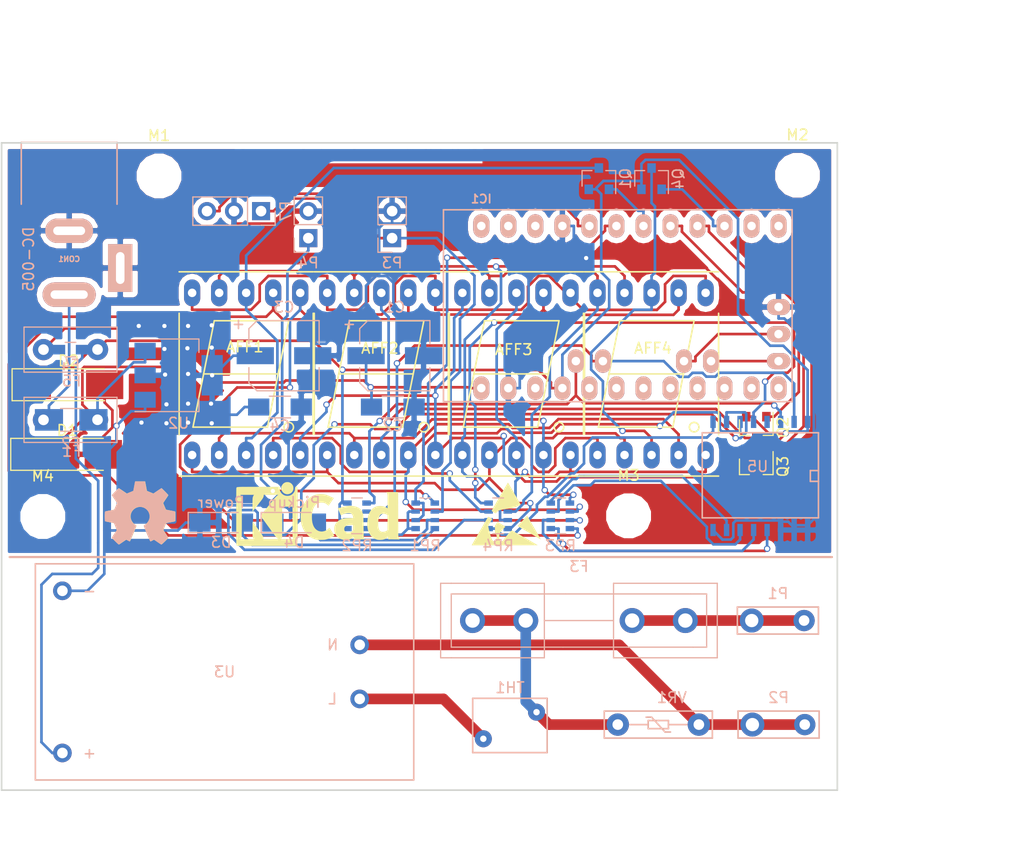
<source format=kicad_pcb>
(kicad_pcb (version 4) (host pcbnew 4.0.4-stable)
  (title_block (title Tachometer) (date 2018-06-17) (rev A) (company "Brandon Harville"))
  (layers (0 F.Cu signal) (31 B.Cu signal) (34 B.Paste user hide) (35 F.Paste user hide) (36 B.SilkS user) (37 F.SilkS user) (38 B.Mask user) (39 F.Mask user) (44 Edge.Cuts user))
  (net 0 "")
  (net 1 "Net-(AFF1-Pad1)")
  (net 2 "Net-(AFF1-Pad2)")
  (net 3 "Net-(AFF1-Pad3)")
  (net 4 "Net-(AFF1-Pad4)")
  (net 5 "Net-(AFF1-Pad5)")
  (net 6 "Net-(AFF1-Pad6)")
  (net 7 "Net-(AFF1-Pad7)")
  (net 8 "Net-(AFF1-Pad9)")
  (net 9 "Net-(AFF1-Pad10)")
  (net 10 "Net-(AFF2-Pad3)")
  (net 11 "Net-(AFF3-Pad3)")
  (net 12 "Net-(AFF4-Pad3)")
  (net 13 "Net-(C3-Pad1)")
  (net 14 "Net-(CON1-Pad1)")
  (net 15 "Net-(D3-Pad2)")
  (net 16 "Net-(D4-Pad2)")
  (net 17 "Net-(F3-Pad2)")
  (net 18 "Net-(P3-Pad1)")
  (net 19 "Net-(P4-Pad1)")
  (net 20 "Net-(IC1-Pad5)")
  (net 21 "Net-(IC1-Pad7)")
  (net 22 "Net-(IC1-Pad8)")
  (net 23 "Net-(IC1-Pad9)")
  (net 24 "Net-(IC1-Pad10)")
  (net 25 "Net-(IC1-Pad6)")
  (net 26 "Net-(RP2-Pad1)")
  (net 27 "Net-(RP2-Pad3)")
  (net 28 "Net-(IC1-Pad25)")
  (net 29 "Net-(RP2-Pad8)")
  (net 30 "Net-(RP2-Pad6)")
  (net 31 "Net-(IC1-Pad26)")
  (net 32 "Net-(RP3-Pad1)")
  (net 33 "Net-(RP3-Pad3)")
  (net 34 "Net-(RP3-Pad2)")
  (net 35 "Net-(RP3-Pad4)")
  (net 36 "Net-(RP4-Pad1)")
  (net 37 "Net-(RP4-Pad3)")
  (net 38 "Net-(RP4-Pad2)")
  (net 39 "Net-(RP4-Pad4)")
  (net 40 "Net-(TH1-Pad1)")
  (net 41 "Net-(U5-Pad13)")
  (net 42 "Net-(IC1-Pad28)")
  (net 43 "Net-(IC1-Pad27)")
  (net 44 "Net-(IC1-Pad1)")
  (net 45 "Net-(IC1-Pad2)")
  (net 46 "Net-(IC1-Pad3)")
  (net 47 "Net-(IC1-Pad11)")
  (net 48 "Net-(IC1-Pad12)")
  (net 49 "Net-(IC1-Pad13)")
  (net 50 "Net-(IC1-Pad14)")
  (net 51 "Net-(IC1-Pad15)")
  (net 52 "Net-(IC1-Pad16)")
  (net 53 "Net-(IC1-Pad17)")
  (net 54 "Net-(IC1-Pad18)")
  (net 55 "Net-(IC1-Pad19)")
  (net 56 "Net-(IC1-Pad20)")
  (net 57 "Net-(IC1-Pad22)")
  (net 58 /DC_IN)
  (net 59 /GND)
  (net 60 /5V_REG)
  (net 61 /M_LIVE)
  (net 62 /M_NEUTRAL)
  (module Symbols:OSHW-Symbol_6.7x6mm_SilkScreen (layer B.Cu) (at 134.8105 91.7575 180)
    (fp_text reference REF*** hide)
    (fp_text value OSHW-Symbol_6.7x6mm_SilkScreen hide)
  )
  (module Displays_7-Segment:7SegmentLED_LTS6760_LTS6780 (layer F.Cu) (at 144.78 78.6765)
    (fp_text reference AFF1 (at -0.127 -2.54) (layer F.SilkS))
    (fp_text value LTS-6960HR)
    (pad 1 thru_hole oval (at -5.08 7.62) (size 1.524 2.524) (drill 0.8) (layers *.Cu *.Mask) (net 1 "Net-(AFF1-Pad1)"))
    (pad 2 thru_hole oval (at -2.54 7.62) (size 1.524 2.524) (drill 0.8) (layers *.Cu *.Mask) (net 2 "Net-(AFF1-Pad2)"))
    (pad 3 thru_hole oval (at 0 7.62) (size 1.524 2.524) (drill 0.8) (layers *.Cu *.Mask) (net 3 "Net-(AFF1-Pad3)"))
    (pad 4 thru_hole oval (at 2.54 7.62) (size 1.524 2.524) (drill 0.8) (layers *.Cu *.Mask) (net 4 "Net-(AFF1-Pad4)"))
    (pad 5 thru_hole oval (at 5.08 7.62) (size 1.524 2.524) (drill 0.8) (layers *.Cu *.Mask) (net 5 "Net-(AFF1-Pad5)"))
    (pad 6 thru_hole oval (at 5.08 -7.62) (size 1.524 2.524) (drill 0.8) (layers *.Cu *.Mask) (net 6 "Net-(AFF1-Pad6)"))
    (pad 7 thru_hole oval (at 2.54 -7.62) (size 1.524 2.524) (drill 0.8) (layers *.Cu *.Mask) (net 7 "Net-(AFF1-Pad7)"))
    (pad 8 thru_hole oval (at 0 -7.62) (size 1.524 2.524) (drill 0.8) (layers *.Cu *.Mask) (net 3 "Net-(AFF1-Pad3)"))
    (pad 9 thru_hole oval (at -2.54 -7.62) (size 1.524 2.524) (drill 0.8) (layers *.Cu *.Mask) (net 8 "Net-(AFF1-Pad9)"))
    (pad 10 thru_hole oval (at -5.08 -7.62) (size 1.524 2.524) (drill 0.8) (layers *.Cu *.Mask) (net 9 "Net-(AFF1-Pad10)"))
  )
  (module Displays_7-Segment:7SegmentLED_LTS6760_LTS6780 (layer F.Cu) (at 157.48 78.6765)
    (fp_text reference AFF2 (at -0.127 -2.413) (layer F.SilkS))
    (fp_text value LTS-6960HR)
    (pad 1 thru_hole oval (at -5.08 7.62) (size 1.524 2.524) (drill 0.8) (layers *.Cu *.Mask) (net 1 "Net-(AFF1-Pad1)"))
    (pad 2 thru_hole oval (at -2.54 7.62) (size 1.524 2.524) (drill 0.8) (layers *.Cu *.Mask) (net 2 "Net-(AFF1-Pad2)"))
    (pad 3 thru_hole oval (at 0 7.62) (size 1.524 2.524) (drill 0.8) (layers *.Cu *.Mask) (net 10 "Net-(AFF2-Pad3)"))
    (pad 4 thru_hole oval (at 2.54 7.62) (size 1.524 2.524) (drill 0.8) (layers *.Cu *.Mask) (net 4 "Net-(AFF1-Pad4)"))
    (pad 5 thru_hole oval (at 5.08 7.62) (size 1.524 2.524) (drill 0.8) (layers *.Cu *.Mask) (net 5 "Net-(AFF1-Pad5)"))
    (pad 6 thru_hole oval (at 5.08 -7.62) (size 1.524 2.524) (drill 0.8) (layers *.Cu *.Mask) (net 6 "Net-(AFF1-Pad6)"))
    (pad 7 thru_hole oval (at 2.54 -7.62) (size 1.524 2.524) (drill 0.8) (layers *.Cu *.Mask) (net 7 "Net-(AFF1-Pad7)"))
    (pad 8 thru_hole oval (at 0 -7.62) (size 1.524 2.524) (drill 0.8) (layers *.Cu *.Mask) (net 10 "Net-(AFF2-Pad3)"))
    (pad 9 thru_hole oval (at -2.54 -7.62) (size 1.524 2.524) (drill 0.8) (layers *.Cu *.Mask) (net 8 "Net-(AFF1-Pad9)"))
    (pad 10 thru_hole oval (at -5.08 -7.62) (size 1.524 2.524) (drill 0.8) (layers *.Cu *.Mask) (net 9 "Net-(AFF1-Pad10)"))
  )
  (module Displays_7-Segment:7SegmentLED_LTS6760_LTS6780 (layer F.Cu) (at 170.18 78.6765)
    (fp_text reference AFF3 (at -0.254 -2.286) (layer F.SilkS))
    (fp_text value LTS-6960HR)
    (pad 1 thru_hole oval (at -5.08 7.62) (size 1.524 2.524) (drill 0.8) (layers *.Cu *.Mask) (net 8 "Net-(AFF1-Pad9)"))
    (pad 2 thru_hole oval (at -2.54 7.62) (size 1.524 2.524) (drill 0.8) (layers *.Cu *.Mask) (net 1 "Net-(AFF1-Pad1)"))
    (pad 3 thru_hole oval (at 0 7.62) (size 1.524 2.524) (drill 0.8) (layers *.Cu *.Mask) (net 11 "Net-(AFF3-Pad3)"))
    (pad 4 thru_hole oval (at 2.54 7.62) (size 1.524 2.524) (drill 0.8) (layers *.Cu *.Mask) (net 2 "Net-(AFF1-Pad2)"))
    (pad 5 thru_hole oval (at 5.08 7.62) (size 1.524 2.524) (drill 0.8) (layers *.Cu *.Mask) (net 5 "Net-(AFF1-Pad5)"))
    (pad 6 thru_hole oval (at 5.08 -7.62) (size 1.524 2.524) (drill 0.8) (layers *.Cu *.Mask) (net 6 "Net-(AFF1-Pad6)"))
    (pad 7 thru_hole oval (at 2.54 -7.62) (size 1.524 2.524) (drill 0.8) (layers *.Cu *.Mask) (net 7 "Net-(AFF1-Pad7)"))
    (pad 8 thru_hole oval (at 0 -7.62) (size 1.524 2.524) (drill 0.8) (layers *.Cu *.Mask) (net 11 "Net-(AFF3-Pad3)"))
    (pad 9 thru_hole oval (at -2.54 -7.62) (size 1.524 2.524) (drill 0.8) (layers *.Cu *.Mask) (net 9 "Net-(AFF1-Pad10)"))
    (pad 10 thru_hole oval (at -5.08 -7.62) (size 1.524 2.524) (drill 0.8) (layers *.Cu *.Mask) (net 5 "Net-(AFF1-Pad5)"))
  )
  (module Displays_7-Segment:7SegmentLED_LTS6760_LTS6780 (layer F.Cu) (at 182.88 78.6765)
    (fp_text reference AFF4 (at 0.127 -2.413) (layer F.SilkS))
    (fp_text value LTS-6960HR)
    (pad 1 thru_hole oval (at -5.08 7.62) (size 1.524 2.524) (drill 0.8) (layers *.Cu *.Mask) (net 1 "Net-(AFF1-Pad1)"))
    (pad 2 thru_hole oval (at -2.54 7.62) (size 1.524 2.524) (drill 0.8) (layers *.Cu *.Mask) (net 2 "Net-(AFF1-Pad2)"))
    (pad 3 thru_hole oval (at 0 7.62) (size 1.524 2.524) (drill 0.8) (layers *.Cu *.Mask) (net 12 "Net-(AFF4-Pad3)"))
    (pad 4 thru_hole oval (at 2.54 7.62) (size 1.524 2.524) (drill 0.8) (layers *.Cu *.Mask) (net 4 "Net-(AFF1-Pad4)"))
    (pad 5 thru_hole oval (at 5.08 7.62) (size 1.524 2.524) (drill 0.8) (layers *.Cu *.Mask) (net 5 "Net-(AFF1-Pad5)"))
    (pad 6 thru_hole oval (at 5.08 -7.62) (size 1.524 2.524) (drill 0.8) (layers *.Cu *.Mask) (net 6 "Net-(AFF1-Pad6)"))
    (pad 7 thru_hole oval (at 2.54 -7.62) (size 1.524 2.524) (drill 0.8) (layers *.Cu *.Mask) (net 7 "Net-(AFF1-Pad7)"))
    (pad 8 thru_hole oval (at 0 -7.62) (size 1.524 2.524) (drill 0.8) (layers *.Cu *.Mask) (net 12 "Net-(AFF4-Pad3)"))
    (pad 9 thru_hole oval (at -2.54 -7.62) (size 1.524 2.524) (drill 0.8) (layers *.Cu *.Mask) (net 8 "Net-(AFF1-Pad9)"))
    (pad 10 thru_hole oval (at -5.08 -7.62) (size 1.524 2.524) (drill 0.8) (layers *.Cu *.Mask) (net 9 "Net-(AFF1-Pad10)"))
  )
  (module Capacitors_SMD:CP_Elec_6.3x5.3 (layer B.Cu) (at 158.75 76.962)
    (fp_text reference C1 (at 0 -4.56) (layer B.SilkS) (effects (justify mirror)))
    (fp_text value 10uF)
    (fp_text user + (at -4.28 -3.01) (layer B.SilkS) (effects (justify mirror)))
    (pad 1 smd rect (at -2.7 0 180) (size 3.5 1.6) (layers B.Cu B.Paste B.Mask) (net 58 /DC_IN))
    (pad 2 smd rect (at 2.7 0 180) (size 3.5 1.6) (layers B.Cu B.Paste B.Mask) (net 59 /GND))
  )
  (module Capacitors_SMD:C_1206_HandSoldering (layer B.Cu) (at 158.56 81.788)
    (fp_text reference C2 (at 0 1.75) (layer B.SilkS) (effects (justify mirror)))
    (fp_text value 22uF)
    (pad 1 smd rect (at -2 0) (size 2 1.6) (layers B.Cu B.Paste B.Mask) (net 58 /DC_IN))
    (pad 2 smd rect (at 2 0) (size 2 1.6) (layers B.Cu B.Paste B.Mask) (net 59 /GND))
  )
  (module Capacitors_SMD:CP_Elec_6.3x5.3 (layer B.Cu) (at 148.336 76.962)
    (fp_text reference C3 (at 0 -4.56) (layer B.SilkS) (effects (justify mirror)))
    (fp_text value 10uF)
    (fp_text user + (at -4.28 -3.01) (layer B.SilkS) (effects (justify mirror)))
    (pad 1 smd rect (at -2.7 0 180) (size 3.5 1.6) (layers B.Cu B.Paste B.Mask) (net 13 "Net-(C3-Pad1)"))
    (pad 2 smd rect (at 2.7 0 180) (size 3.5 1.6) (layers B.Cu B.Paste B.Mask) (net 59 /GND))
  )
  (module Capacitors_SMD:C_1206_HandSoldering (layer B.Cu) (at 147.955 81.788)
    (fp_text reference C4 (at 0 1.75) (layer B.SilkS) (effects (justify mirror)))
    (fp_text value 22uF)
    (pad 1 smd rect (at -2 0) (size 2 1.6) (layers B.Cu B.Paste B.Mask) (net 13 "Net-(C3-Pad1)"))
    (pad 2 smd rect (at 2 0) (size 2 1.6) (layers B.Cu B.Paste B.Mask) (net 59 /GND))
  )
  (module _connectors:ADC-002 (layer B.Cu) (at 128.143 57.7215 270)
    (fp_text reference CON1 (at 10.16 0 360) (layer B.SilkS) (effects (font (size 0.5 0.5) (thickness 0.125)) (justify mirror)))
    (fp_text value DC-005 (at 10.16 3.81 270) (layer B.SilkS) (effects (justify mirror)))
    (pad 1 thru_hole oval (at 13.5 0 180) (size 5 2.3) (drill oval 3.5 0.8) (layers *.Cu *.Mask B.SilkS) (net 14 "Net-(CON1-Pad1)"))
    (pad 2 thru_hole rect (at 11 -4.8 270) (size 4.5 2.3) (drill oval 3 0.8) (layers *.Cu *.Mask B.SilkS) (net 59 /GND))
    (pad 3 thru_hole oval (at 7.5 0 180) (size 4.5 2.3) (drill oval 3 0.8) (layers *.Cu *.Mask B.SilkS) (net 59 /GND))
  )
  (module Diodes_SMD:D_MELF_Handsoldering (layer F.Cu) (at 127.952 86.233)
    (fp_text reference D1 (at 0 -2.25) (layer F.SilkS))
    (fp_text value 12V)
    (pad 1 smd rect (at -3.4 0) (size 3.5 2.7) (layers F.Cu F.Paste F.Mask) (net 58 /DC_IN))
    (pad 2 smd rect (at 3.4 0) (size 3.5 2.7) (layers F.Cu F.Paste F.Mask) (net 59 /GND))
  )
  (module Diodes_SMD:D_MELF_Handsoldering (layer F.Cu) (at 128.08 79.6925)
    (fp_text reference D2 (at 0 -2.25) (layer F.SilkS))
    (fp_text value 5.1V)
    (pad 1 smd rect (at -3.4 0) (size 3.5 2.7) (layers F.Cu F.Paste F.Mask) (net 60 /5V_REG))
    (pad 2 smd rect (at 3.4 0) (size 3.5 2.7) (layers F.Cu F.Paste F.Mask) (net 59 /GND))
  )
  (module LEDs:LED_1206_HandSoldering (layer B.Cu) (at 142.43 92.6465)
    (fp_text reference D3 (at 0 1.85) (layer B.SilkS) (effects (justify mirror)))
    (fp_text value Power (at 0 -1.9) (layer B.SilkS) (effects (justify mirror)))
    (pad 1 smd rect (at -2 0) (size 2 1.7) (layers B.Cu B.Paste B.Mask) (net 59 /GND))
    (pad 2 smd rect (at 2 0) (size 2 1.7) (layers B.Cu B.Paste B.Mask) (net 15 "Net-(D3-Pad2)"))
  )
  (module LEDs:LED_1206_HandSoldering (layer B.Cu) (at 149.288 92.6465)
    (fp_text reference D4 (at 0 1.85) (layer B.SilkS) (effects (justify mirror)))
    (fp_text value Pickup (at 0 -1.9) (layer B.SilkS) (effects (justify mirror)))
    (pad 1 smd rect (at -2 0) (size 2 1.7) (layers B.Cu B.Paste B.Mask) (net 59 /GND))
    (pad 2 smd rect (at 2 0) (size 2 1.7) (layers B.Cu B.Paste B.Mask) (net 16 "Net-(D4-Pad2)"))
  )
  (module Fuse_Holders_and_Fuses:Fuse_TE5_Littlefuse-395Series (layer B.Cu) (at 125.73 82.9945)
    (fp_text reference F1 (at 2.65 2.95) (layer B.SilkS) (effects (justify mirror)))
    (fp_text value 1A)
    (pad 1 thru_hole circle (at 0 0) (size 2 2) (drill 1) (layers *.Cu *.Mask) (net 14 "Net-(CON1-Pad1)"))
    (pad 2 thru_hole circle (at 5.08 -0.01) (size 2 2) (drill 1) (layers *.Cu *.Mask) (net 58 /DC_IN))
  )
  (module Fuse_Holders_and_Fuses:Fuse_SMD1206_HandSoldering (layer B.Cu) (at 128.334 82.9945)
    (fp_text reference F2 (at -0.05 2.2) (layer B.SilkS) (effects (justify mirror)))
    (fp_text value "2A 16V")
    (pad 1 smd rect (at -2.09 0 270) (size 2.03 2.65) (layers B.Cu B.Paste B.Mask) (net 14 "Net-(CON1-Pad1)"))
    (pad 2 smd rect (at 2.09 0 270) (size 2.03 2.65) (layers B.Cu B.Paste B.Mask) (net 58 /DC_IN))
  )
  (module Fuse_Holders_and_Fuses:Fuseholder5x20_horiz_open_inline_Type-I (layer B.Cu) (at 186.055 101.854 180)
    (fp_text reference F3 (at 10 5.08 180) (layer B.SilkS) (effects (justify mirror)))
    (fp_text value 1000mA)
    (pad 2 thru_hole circle (at 15 0 180) (size 2.35 2.35) (drill 1.35) (layers *.Cu *.Mask) (net 17 "Net-(F3-Pad2)"))
    (pad 2 thru_hole circle (at 20 0 180) (size 2.35 2.35) (drill 1.35) (layers *.Cu *.Mask) (net 17 "Net-(F3-Pad2)"))
    (pad 1 thru_hole circle (at 5 0 180) (size 2.35 2.35) (drill 1.35) (layers *.Cu *.Mask) (net 61 /M_LIVE))
    (pad 1 thru_hole circle (at 0 0 180) (size 2.35 2.35) (drill 1.35) (layers *.Cu *.Mask) (net 61 /M_LIVE))
  )
  (module Resistors_SMD:R_0603_HandSoldering (layer B.Cu) (at 128.27 76.3905)
    (fp_text reference F4 (at 0 1.45) (layer B.SilkS) (effects (justify mirror)))
    (fp_text value 500mA)
    (pad 1 smd rect (at -1.1 0) (size 1.2 0.9) (layers B.Cu B.Paste B.Mask) (net 13 "Net-(C3-Pad1)"))
    (pad 2 smd rect (at 1.1 0) (size 1.2 0.9) (layers B.Cu B.Paste B.Mask) (net 60 /5V_REG))
  )
  (module Fuse_Holders_and_Fuses:Fuse_TE5_Littlefuse-395Series (layer B.Cu) (at 125.73 76.3905)
    (fp_text reference F5 (at 2.65 2.95) (layer B.SilkS) (effects (justify mirror)))
    (fp_text value 500mA)
    (pad 1 thru_hole circle (at 0 0) (size 2 2) (drill 1) (layers *.Cu *.Mask) (net 13 "Net-(C3-Pad1)"))
    (pad 2 thru_hole circle (at 5.08 -0.01) (size 2 2) (drill 1) (layers *.Cu *.Mask) (net 60 /5V_REG))
  )
  (module _terminal_blocks:Male_Terminal_Spade_Connector_6.3_Wide_5.08mm_Pins (layer B.Cu) (at 194.754 101.854 180)
    (fp_text reference P1 (at 0 2.54 180) (layer B.SilkS) (effects (justify mirror)))
    (fp_text value CONN_01X01)
    (pad 1 thru_hole circle (at -2.46 0 180) (size 2 2) (drill 1) (layers *.Cu *.Mask) (net 61 /M_LIVE))
    (pad 1 thru_hole circle (at 2.46 0 180) (size 2.25 2.25) (drill 1.25) (layers *.Cu *.Mask) (net 61 /M_LIVE))
  )
  (module _terminal_blocks:Male_Terminal_Spade_Connector_6.3_Wide_5.08mm_Pins (layer B.Cu) (at 194.818 111.633 180)
    (fp_text reference P2 (at 0 2.54 180) (layer B.SilkS) (effects (justify mirror)))
    (fp_text value CONN_01X01)
    (pad 1 thru_hole circle (at -2.46 0 180) (size 2 2) (drill 1) (layers *.Cu *.Mask) (net 62 /M_NEUTRAL))
    (pad 1 thru_hole circle (at 2.46 0 180) (size 2.25 2.25) (drill 1.25) (layers *.Cu *.Mask) (net 62 /M_NEUTRAL))
  )
  (module Pin_Headers:Pin_Header_Straight_1x02_Pitch2.54mm (layer B.Cu) (at 158.496 65.913)
    (fp_text reference P3 (at 0 2.33) (layer B.SilkS) (effects (justify mirror)))
    (fp_text value CONN_01X02)
    (pad 1 thru_hole rect (at 0 0) (size 1.7 1.7) (drill 1) (layers *.Cu *.Mask) (net 18 "Net-(P3-Pad1)"))
    (pad 2 thru_hole oval (at 0 -2.54) (size 1.7 1.7) (drill 1) (layers *.Cu *.Mask) (net 59 /GND))
  )
  (module Pin_Headers:Pin_Header_Straight_1x02_Pitch2.54mm (layer B.Cu) (at 150.622 65.913)
    (fp_text reference P4 (at 0 2.33) (layer B.SilkS) (effects (justify mirror)))
    (fp_text value CONN_01X02)
    (pad 1 thru_hole rect (at 0 0) (size 1.7 1.7) (drill 1) (layers *.Cu *.Mask) (net 19 "Net-(P4-Pad1)"))
    (pad 2 thru_hole oval (at 0 -2.54) (size 1.7 1.7) (drill 1) (layers *.Cu *.Mask) (net 59 /GND))
  )
  (module TO_SOT_Packages_SMD:SOT-23 (layer B.Cu) (at 177.927 60.325 90)
    (fp_text reference Q1 (at 0 2.5 90) (layer B.SilkS) (effects (justify mirror)))
    (fp_text value PZT2222A)
    (pad 1 smd rect (at -1 0.95 90) (size 0.9 0.8) (layers B.Cu B.Paste B.Mask) (net 21 "Net-(IC1-Pad7)"))
    (pad 2 smd rect (at -1 -0.95 90) (size 0.9 0.8) (layers B.Cu B.Paste B.Mask) (net 60 /5V_REG))
    (pad 3 smd rect (at 1 0 90) (size 0.9 0.8) (layers B.Cu B.Paste B.Mask) (net 3 "Net-(AFF1-Pad3)"))
  )
  (module TO_SOT_Packages_SMD:SOT-23 (layer F.Cu) (at 192.722 83.693 270)
    (fp_text reference Q2 (at 0 -2.5 270) (layer F.SilkS))
    (fp_text value PZT2222A)
    (pad 1 smd rect (at -1 -0.95 270) (size 0.9 0.8) (layers F.Cu F.Paste F.Mask) (net 22 "Net-(IC1-Pad8)"))
    (pad 2 smd rect (at -1 0.95 270) (size 0.9 0.8) (layers F.Cu F.Paste F.Mask) (net 60 /5V_REG))
    (pad 3 smd rect (at 1 0 270) (size 0.9 0.8) (layers F.Cu F.Paste F.Mask) (net 10 "Net-(AFF2-Pad3)"))
  )
  (module TO_SOT_Packages_SMD:SOT-23 (layer F.Cu) (at 192.722 87.376 270)
    (fp_text reference Q3 (at 0 -2.5 270) (layer F.SilkS))
    (fp_text value PZT2222A)
    (pad 1 smd rect (at -1 -0.95 270) (size 0.9 0.8) (layers F.Cu F.Paste F.Mask) (net 23 "Net-(IC1-Pad9)"))
    (pad 2 smd rect (at -1 0.95 270) (size 0.9 0.8) (layers F.Cu F.Paste F.Mask) (net 60 /5V_REG))
    (pad 3 smd rect (at 1 0 270) (size 0.9 0.8) (layers F.Cu F.Paste F.Mask) (net 11 "Net-(AFF3-Pad3)"))
  )
  (module TO_SOT_Packages_SMD:SOT-23 (layer B.Cu) (at 182.88 60.325 90)
    (fp_text reference Q4 (at 0 2.5 90) (layer B.SilkS) (effects (justify mirror)))
    (fp_text value PZT2222A)
    (pad 1 smd rect (at -1 0.95 90) (size 0.9 0.8) (layers B.Cu B.Paste B.Mask) (net 24 "Net-(IC1-Pad10)"))
    (pad 2 smd rect (at -1 -0.95 90) (size 0.9 0.8) (layers B.Cu B.Paste B.Mask) (net 60 /5V_REG))
    (pad 3 smd rect (at 1 0 90) (size 0.9 0.8) (layers B.Cu B.Paste B.Mask) (net 12 "Net-(AFF4-Pad3)"))
  )
  (module Resistors_SMD:R_Array_Convex_4x0603 (layer B.Cu) (at 161.608 92.0115)
    (fp_text reference RP1 (at 0 2.8) (layer B.SilkS) (effects (justify mirror)))
    (fp_text value 330)
    (pad 1 smd rect (at -0.9 1.2) (size 0.8 0.5) (layers B.Cu B.Paste B.Mask) (net 60 /5V_REG))
    (pad 3 smd rect (at -0.9 -0.4) (size 0.8 0.4) (layers B.Cu B.Paste B.Mask) (net 60 /5V_REG))
    (pad 2 smd rect (at -0.9 0.4) (size 0.8 0.4) (layers B.Cu B.Paste B.Mask) (net 25 "Net-(IC1-Pad6)"))
    (pad 4 smd rect (at -0.9 -1.2) (size 0.8 0.5) (layers B.Cu B.Paste B.Mask) (net 25 "Net-(IC1-Pad6)"))
    (pad 7 smd rect (at 0.9 0.4) (size 0.8 0.4) (layers B.Cu B.Paste B.Mask) (net 16 "Net-(D4-Pad2)"))
    (pad 8 smd rect (at 0.9 1.2) (size 0.8 0.5) (layers B.Cu B.Paste B.Mask) (net 15 "Net-(D3-Pad2)"))
    (pad 6 smd rect (at 0.9 -0.4) (size 0.8 0.4) (layers B.Cu B.Paste B.Mask) (net 18 "Net-(P3-Pad1)"))
    (pad 5 smd rect (at 0.9 -1.2) (size 0.8 0.5) (layers B.Cu B.Paste B.Mask) (net 19 "Net-(P4-Pad1)"))
  )
  (module Resistors_SMD:R_Array_Convex_4x0603 (layer B.Cu) (at 155.194 92.0115)
    (fp_text reference RP2 (at 0 2.8) (layer B.SilkS) (effects (justify mirror)))
    (fp_text value 10K)
    (pad 1 smd rect (at -0.9 1.2) (size 0.8 0.5) (layers B.Cu B.Paste B.Mask) (net 26 "Net-(RP2-Pad1)"))
    (pad 3 smd rect (at -0.9 -0.4) (size 0.8 0.4) (layers B.Cu B.Paste B.Mask) (net 27 "Net-(RP2-Pad3)"))
    (pad 2 smd rect (at -0.9 0.4) (size 0.8 0.4) (layers B.Cu B.Paste B.Mask) (net 60 /5V_REG))
    (pad 4 smd rect (at -0.9 -1.2) (size 0.8 0.5) (layers B.Cu B.Paste B.Mask) (net 60 /5V_REG))
    (pad 7 smd rect (at 0.9 0.4) (size 0.8 0.4) (layers B.Cu B.Paste B.Mask) (net 28 "Net-(IC1-Pad25)"))
    (pad 8 smd rect (at 0.9 1.2) (size 0.8 0.5) (layers B.Cu B.Paste B.Mask) (net 29 "Net-(RP2-Pad8)"))
    (pad 6 smd rect (at 0.9 -0.4) (size 0.8 0.4) (layers B.Cu B.Paste B.Mask) (net 30 "Net-(RP2-Pad6)"))
    (pad 5 smd rect (at 0.9 -1.2) (size 0.8 0.5) (layers B.Cu B.Paste B.Mask) (net 31 "Net-(IC1-Pad26)"))
  )
  (module Resistors_SMD:R_Array_Convex_4x0603 (layer B.Cu) (at 174.308 92.0115)
    (fp_text reference RP3 (at 0 2.8) (layer B.SilkS) (effects (justify mirror)))
    (fp_text value 330)
    (pad 1 smd rect (at -0.9 1.2) (size 0.8 0.5) (layers B.Cu B.Paste B.Mask) (net 32 "Net-(RP3-Pad1)"))
    (pad 3 smd rect (at -0.9 -0.4) (size 0.8 0.4) (layers B.Cu B.Paste B.Mask) (net 33 "Net-(RP3-Pad3)"))
    (pad 2 smd rect (at -0.9 0.4) (size 0.8 0.4) (layers B.Cu B.Paste B.Mask) (net 34 "Net-(RP3-Pad2)"))
    (pad 4 smd rect (at -0.9 -1.2) (size 0.8 0.5) (layers B.Cu B.Paste B.Mask) (net 35 "Net-(RP3-Pad4)"))
    (pad 7 smd rect (at 0.9 0.4) (size 0.8 0.4) (layers B.Cu B.Paste B.Mask) (net 6 "Net-(AFF1-Pad6)"))
    (pad 8 smd rect (at 0.9 1.2) (size 0.8 0.5) (layers B.Cu B.Paste B.Mask) (net 7 "Net-(AFF1-Pad7)"))
    (pad 6 smd rect (at 0.9 -0.4) (size 0.8 0.4) (layers B.Cu B.Paste B.Mask) (net 4 "Net-(AFF1-Pad4)"))
    (pad 5 smd rect (at 0.9 -1.2) (size 0.8 0.5) (layers B.Cu B.Paste B.Mask) (net 2 "Net-(AFF1-Pad2)"))
  )
  (module Resistors_SMD:R_Array_Convex_4x0603 (layer B.Cu) (at 168.466 92.0115)
    (fp_text reference RP4 (at 0 2.8) (layer B.SilkS) (effects (justify mirror)))
    (fp_text value 330)
    (pad 1 smd rect (at -0.9 1.2) (size 0.8 0.5) (layers B.Cu B.Paste B.Mask) (net 36 "Net-(RP4-Pad1)"))
    (pad 3 smd rect (at -0.9 -0.4) (size 0.8 0.4) (layers B.Cu B.Paste B.Mask) (net 37 "Net-(RP4-Pad3)"))
    (pad 2 smd rect (at -0.9 0.4) (size 0.8 0.4) (layers B.Cu B.Paste B.Mask) (net 38 "Net-(RP4-Pad2)"))
    (pad 4 smd rect (at -0.9 -1.2) (size 0.8 0.5) (layers B.Cu B.Paste B.Mask) (net 39 "Net-(RP4-Pad4)"))
    (pad 7 smd rect (at 0.9 0.4) (size 0.8 0.4) (layers B.Cu B.Paste B.Mask) (net 8 "Net-(AFF1-Pad9)"))
    (pad 8 smd rect (at 0.9 1.2) (size 0.8 0.5) (layers B.Cu B.Paste B.Mask) (net 1 "Net-(AFF1-Pad1)"))
    (pad 6 smd rect (at 0.9 -0.4) (size 0.8 0.4) (layers B.Cu B.Paste B.Mask) (net 9 "Net-(AFF1-Pad10)"))
    (pad 5 smd rect (at 0.9 -1.2) (size 0.8 0.5) (layers B.Cu B.Paste B.Mask) (net 5 "Net-(AFF1-Pad5)"))
  )
  (module Varistors:RV_Disc_D7_W5.1_P5 (layer B.Cu) (at 167.068 112.966)
    (fp_text reference TH1 (at 2.5 -4.8) (layer B.SilkS) (effects (justify mirror)))
    (fp_text value "NTC 5D-7")
    (pad 1 thru_hole circle (at 0 0) (size 1.6 1.6) (drill 0.6) (layers *.Cu *.Mask) (net 40 "Net-(TH1-Pad1)"))
    (pad 2 thru_hole circle (at 5 -2.5) (size 1.6 1.6) (drill 0.6) (layers *.Cu *.Mask) (net 17 "Net-(F3-Pad2)"))
  )
  (module TO_SOT_Packages_SMD:SOT-223-3_TabPin2 (layer B.Cu) (at 138.43 78.8035)
    (fp_text reference U2 (at 0 4.5) (layer B.SilkS) (effects (justify mirror)))
    (fp_text value LM1117-5.0)
    (pad 2 smd rect (at 3.15 0) (size 2 3.8) (layers B.Cu B.Paste B.Mask) (net 13 "Net-(C3-Pad1)"))
    (pad 2 smd rect (at -3.15 0) (size 2 1.5) (layers B.Cu B.Paste B.Mask) (net 13 "Net-(C3-Pad1)"))
    (pad 3 smd rect (at -3.15 -2.3) (size 2 1.5) (layers B.Cu B.Paste B.Mask) (net 58 /DC_IN))
    (pad 1 smd rect (at -3.15 2.3) (size 2 1.5) (layers B.Cu B.Paste B.Mask) (net 59 /GND))
  )
  (module SMD_Packages:SO-16-W (layer B.Cu) (at 193.104 88.265 180)
    (fp_text reference U5 (at 0.254 0.889 180) (layer B.SilkS) (effects (justify mirror)))
    (fp_text value PCF8574)
    (pad 1 smd rect (at -4.445 -5.08 180) (size 0.508 1.143) (layers B.Cu B.Paste B.Mask) (net 59 /GND))
    (pad 2 smd rect (at -3.175 -5.08 180) (size 0.508 1.143) (layers B.Cu B.Paste B.Mask) (net 59 /GND))
    (pad 3 smd rect (at -1.905 -5.08 180) (size 0.508 1.143) (layers B.Cu B.Paste B.Mask) (net 59 /GND))
    (pad 4 smd rect (at -0.635 -5.08 180) (size 0.508 1.143) (layers B.Cu B.Paste B.Mask) (net 32 "Net-(RP3-Pad1)"))
    (pad 5 smd rect (at 0.635 -5.08 180) (size 0.508 1.143) (layers B.Cu B.Paste B.Mask) (net 34 "Net-(RP3-Pad2)"))
    (pad 6 smd rect (at 1.905 -5.08 180) (size 0.508 1.143) (layers B.Cu B.Paste B.Mask) (net 33 "Net-(RP3-Pad3)"))
    (pad 7 smd rect (at 3.175 -5.08 180) (size 0.508 1.143) (layers B.Cu B.Paste B.Mask) (net 35 "Net-(RP3-Pad4)"))
    (pad 8 smd rect (at 4.445 -5.08 180) (size 0.508 1.143) (layers B.Cu B.Paste B.Mask) (net 59 /GND))
    (pad 9 smd rect (at 4.445 5.08 180) (size 0.508 1.143) (layers B.Cu B.Paste B.Mask) (net 36 "Net-(RP4-Pad1)"))
    (pad 10 smd rect (at 3.175 5.08 180) (size 0.508 1.143) (layers B.Cu B.Paste B.Mask) (net 38 "Net-(RP4-Pad2)"))
    (pad 11 smd rect (at 1.905 5.08 180) (size 0.508 1.143) (layers B.Cu B.Paste B.Mask) (net 37 "Net-(RP4-Pad3)"))
    (pad 12 smd rect (at 0.635 5.08 180) (size 0.508 1.143) (layers B.Cu B.Paste B.Mask) (net 39 "Net-(RP4-Pad4)"))
    (pad 13 smd rect (at -0.635 5.08 180) (size 0.508 1.143) (layers B.Cu B.Paste B.Mask) (net 41 "Net-(U5-Pad13)"))
    (pad 14 smd rect (at -1.905 5.08 180) (size 0.508 1.143) (layers B.Cu B.Paste B.Mask) (net 31 "Net-(IC1-Pad26)"))
    (pad 15 smd rect (at -3.175 5.08 180) (size 0.508 1.143) (layers B.Cu B.Paste B.Mask) (net 28 "Net-(IC1-Pad25)"))
    (pad 16 smd rect (at -4.445 5.08 180) (size 0.508 1.143) (layers B.Cu B.Paste B.Mask) (net 60 /5V_REG))
  )
  (module _varistors:VARISTOR_MCIGICM_14D241K_240V (layer B.Cu) (at 183.515 111.633 180)
    (fp_text reference VR1 (at -1.27 2.54 180) (layer B.SilkS) (effects (justify mirror)))
    (fp_text value "14D241K 240V")
    (pad 2 thru_hole circle (at 3.81 0 180) (size 2.1 2.1) (drill 1) (layers *.Cu *.Mask) (net 17 "Net-(F3-Pad2)"))
    (pad 1 thru_hole circle (at -3.81 0 180) (size 2.1 2.1) (drill 1) (layers *.Cu *.Mask) (net 62 /M_NEUTRAL))
  )
  (module mysensors_arduino:pro_mini (layer B.Cu) (at 180.848 72.39)
    (fp_text reference IC1 (at -13.97 -10.16) (layer B.SilkS) (effects (font (size 0.8 0.8) (thickness 0.16)) (justify mirror)))
    (fp_text value ArduinoProMini hide)
    (pad 28 thru_hole oval (at 5.08 5.08) (size 1.50114 2.19964) (drill 0.8001) (layers *.Cu *.Mask B.SilkS) (net 42 "Net-(IC1-Pad28)"))
    (pad 27 thru_hole oval (at 7.62 5.08) (size 1.50114 2.19964) (drill 0.8001) (layers *.Cu *.Mask B.SilkS) (net 43 "Net-(IC1-Pad27)"))
    (pad 1 thru_hole oval (at -13.97 -7.62) (size 1.50114 2.19964) (drill 0.8001) (layers *.Cu *.Mask B.SilkS) (net 44 "Net-(IC1-Pad1)"))
    (pad 2 thru_hole oval (at -11.43 -7.62) (size 1.50114 2.19964) (drill 0.8001) (layers *.Cu *.Mask B.SilkS) (net 45 "Net-(IC1-Pad2)"))
    (pad 3 thru_hole oval (at -8.89 -7.62) (size 1.50114 2.19964) (drill 0.8001) (layers *.Cu *.Mask B.SilkS) (net 46 "Net-(IC1-Pad3)"))
    (pad 4 thru_hole oval (at -6.35 -7.62) (size 1.50114 2.19964) (drill 0.8001) (layers *.Cu *.Mask B.SilkS) (net 59 /GND))
    (pad 5 thru_hole oval (at -3.81 -7.62) (size 1.50114 2.19964) (drill 0.8001) (layers *.Cu *.Mask B.SilkS) (net 20 "Net-(IC1-Pad5)"))
    (pad 6 thru_hole oval (at -1.27 -7.62) (size 1.50114 2.19964) (drill 0.8001) (layers *.Cu *.Mask B.SilkS) (net 25 "Net-(IC1-Pad6)"))
    (pad 7 thru_hole oval (at 1.27 -7.62) (size 1.50114 2.19964) (drill 0.8001) (layers *.Cu *.Mask B.SilkS) (net 21 "Net-(IC1-Pad7)"))
    (pad 8 thru_hole oval (at 3.81 -7.62) (size 1.50114 2.19964) (drill 0.8001) (layers *.Cu *.Mask B.SilkS) (net 22 "Net-(IC1-Pad8)"))
    (pad 9 thru_hole oval (at 6.35 -7.62) (size 1.50114 2.19964) (drill 0.8001) (layers *.Cu *.Mask B.SilkS) (net 23 "Net-(IC1-Pad9)"))
    (pad 10 thru_hole oval (at 8.89 -7.62) (size 1.50114 2.19964) (drill 0.8001) (layers *.Cu *.Mask B.SilkS) (net 24 "Net-(IC1-Pad10)"))
    (pad 11 thru_hole oval (at 11.43 -7.62) (size 1.50114 2.19964) (drill 0.8001) (layers *.Cu *.Mask B.SilkS) (net 47 "Net-(IC1-Pad11)"))
    (pad 12 thru_hole oval (at 13.97 -7.62) (size 1.50114 2.19964) (drill 0.8001) (layers *.Cu *.Mask B.SilkS) (net 48 "Net-(IC1-Pad12)"))
    (pad 13 thru_hole oval (at 13.97 7.62) (size 1.50114 2.19964) (drill 0.8001) (layers *.Cu *.Mask B.SilkS) (net 49 "Net-(IC1-Pad13)"))
    (pad 14 thru_hole oval (at 11.43 7.62) (size 1.50114 2.19964) (drill 0.8001) (layers *.Cu *.Mask B.SilkS) (net 50 "Net-(IC1-Pad14)"))
    (pad 15 thru_hole oval (at 8.89 7.62) (size 1.50114 2.19964) (drill 0.8001) (layers *.Cu *.Mask B.SilkS) (net 51 "Net-(IC1-Pad15)"))
    (pad 16 thru_hole oval (at 6.35 7.62) (size 1.50114 2.19964) (drill 0.8001) (layers *.Cu *.Mask B.SilkS) (net 52 "Net-(IC1-Pad16)"))
    (pad 17 thru_hole oval (at 3.81 7.62) (size 1.50114 2.19964) (drill 0.8001) (layers *.Cu *.Mask B.SilkS) (net 53 "Net-(IC1-Pad17)"))
    (pad 18 thru_hole oval (at 1.27 7.62) (size 1.50114 2.19964) (drill 0.8001) (layers *.Cu *.Mask B.SilkS) (net 54 "Net-(IC1-Pad18)"))
    (pad 19 thru_hole oval (at -1.27 7.62) (size 1.50114 2.19964) (drill 0.8001) (layers *.Cu *.Mask B.SilkS) (net 55 "Net-(IC1-Pad19)"))
    (pad 20 thru_hole oval (at -3.81 7.62) (size 1.50114 2.19964) (drill 0.8001) (layers *.Cu *.Mask B.SilkS) (net 56 "Net-(IC1-Pad20)"))
    (pad 21 thru_hole oval (at -6.35 7.62) (size 1.50114 2.19964) (drill 0.8001) (layers *.Cu *.Mask B.SilkS) (net 60 /5V_REG))
    (pad 22 thru_hole oval (at -8.89 7.62) (size 1.50114 2.19964) (drill 0.8001) (layers *.Cu *.Mask B.SilkS) (net 57 "Net-(IC1-Pad22)"))
    (pad 23 thru_hole oval (at -11.43 7.62) (size 1.50114 2.19964) (drill 0.8001) (layers *.Cu *.Mask B.SilkS) (net 59 /GND))
    (pad 24 thru_hole oval (at -13.97 7.62) (size 1.50114 2.19964) (drill 0.8001) (layers *.Cu *.Mask B.SilkS) (net 58 /DC_IN))
    (pad 25 thru_hole oval (at -2.54 5.08) (size 1.50114 2.19964) (drill 0.8001) (layers *.Cu *.Mask B.SilkS) (net 28 "Net-(IC1-Pad25)"))
    (pad 26 thru_hole oval (at -5.08 5.08) (size 1.50114 2.19964) (drill 0.8001) (layers *.Cu *.Mask B.SilkS) (net 31 "Net-(IC1-Pad26)"))
    (pad 27 thru_hole oval (at 13.97 5.08) (size 2.19964 1.50114) (drill 0.8001) (layers *.Cu *.Mask B.SilkS) (net 43 "Net-(IC1-Pad27)"))
    (pad 28 thru_hole oval (at 13.97 2.54) (size 2.19964 1.50114) (drill 0.8001) (layers *.Cu *.Mask B.SilkS) (net 42 "Net-(IC1-Pad28)"))
    (pad 29 thru_hole oval (at 13.97 0) (size 2.19964 1.50114) (drill 0.8001) (layers *.Cu *.Mask B.SilkS) (net 59 /GND))
  )
  (module _modules:TSP (layer B.Cu) (at 160.528 96.52 180)
    (fp_text reference U3 (at 17.78 -10.16 180) (layer B.SilkS) (effects (justify mirror)))
    (fp_text value TSP-05)
    (fp_text user N (at 7.62 -7.62 180) (layer B.SilkS) (effects (justify mirror)))
    (fp_text user L (at 7.62 -12.7 180) (layer B.SilkS) (effects (justify mirror)))
    (fp_text user - (at 30.48 -2.54 180) (layer B.SilkS) (effects (justify mirror)))
    (fp_text user + (at 30.48 -17.78 180) (layer B.SilkS) (effects (justify mirror)))
    (pad 4 thru_hole circle (at 33.02 -2.54) (size 1.75 1.75) (drill 1) (layers *.Cu *.Mask) (net 59 /GND))
    (pad 3 thru_hole circle (at 33.02 -17.78) (size 1.75 1.75) (drill 1) (layers *.Cu *.Mask) (net 60 /5V_REG))
    (pad 2 thru_hole circle (at 5.08 -7.62) (size 1.75 1.75) (drill 1) (layers *.Cu *.Mask) (net 62 /M_NEUTRAL))
    (pad 1 thru_hole circle (at 5.08 -12.7) (size 1.75 1.75) (drill 1) (layers *.Cu *.Mask) (net 40 "Net-(TH1-Pad1)"))
  )
  (module Pin_Headers:Pin_Header_Straight_1x03_Pitch2.54mm (layer B.Cu) (at 146.177 63.373 90)
    (fp_text reference P7 (at 0 2.33 90) (layer B.SilkS) (effects (justify mirror)))
    (fp_text value CONN_01X03)
    (pad 1 thru_hole rect (at 0 0 90) (size 1.7 1.7) (drill 1) (layers *.Cu *.Mask) (net 18 "Net-(P3-Pad1)"))
    (pad 2 thru_hole oval (at 0 -2.54 90) (size 1.7 1.7) (drill 1) (layers *.Cu *.Mask) (net 59 /GND))
    (pad 3 thru_hole oval (at 0 -5.08 90) (size 1.7 1.7) (drill 1) (layers *.Cu *.Mask) (net 20 "Net-(IC1-Pad5)"))
  )
  (module Mounting_Holes:MountingHole_3.2mm_M3_DIN965 (layer F.Cu) (at 136.588 60.071)
    (fp_text reference M1 (at 0 -3.8) (layer F.SilkS))
    (fp_text value MountingHole_3.2mm_M3_DIN965)
    (pad 1 np_thru_hole circle (at 0 0) (size 3.2 3.2) (drill 3.2) (layers *.Cu *.Mask))
  )
  (module Mounting_Holes:MountingHole_3.2mm_M3_DIN965 (layer F.Cu) (at 196.596 60.0075)
    (fp_text reference M2 (at 0 -3.8) (layer F.SilkS))
    (fp_text value MountingHole_3.2mm_M3_DIN965)
    (pad 1 np_thru_hole circle (at 0 0) (size 3.2 3.2) (drill 3.2) (layers *.Cu *.Mask))
  )
  (module Mounting_Holes:MountingHole_3.2mm_M3_DIN965 (layer F.Cu) (at 125.666 92.075)
    (fp_text reference M4 (at 0 -3.8) (layer F.SilkS))
    (fp_text value MountingHole_3.2mm_M3_DIN965)
    (pad 1 np_thru_hole circle (at 0 0) (size 3.2 3.2) (drill 3.2) (layers *.Cu *.Mask))
  )
  (module Mounting_Holes:MountingHole_3.2mm_M3_DIN965 (layer F.Cu) (at 180.721 92.0115)
    (fp_text reference M3 (at 0 -3.8) (layer F.SilkS))
    (fp_text value MountingHole_3.2mm_M3_DIN965)
    (pad 1 np_thru_hole circle (at 0 0) (size 3.2 3.2) (drill 3.2) (layers *.Cu *.Mask))
  )
  (module Symbols:OSHW-Symbol_6.7x6mm_SilkScreen (layer F.Cu) (at 134.8105 91.7575)
    (fp_text reference REF*** hide)
    (fp_text value OSHW-Symbol_6.7x6mm_SilkScreen hide)
  )
  (module Symbols:KiCad-Logo_6mm_SilkScreen (layer F.Cu) (at 151.511 91.821)
    (fp_text reference REF*** hide)
    (fp_text value KiCad-Logo_6mm_SilkScreen hide)
  )
  (module Symbols:ESD-Logo_6.6x6mm_SilkScreen (layer F.Cu) (at 169.2275 91.821)
    (fp_text reference REF*** hide)
    (fp_text value ESD-Logo_6.6x6mm_SilkScreen hide)
  )
  (gr_text "Tachometer - Rev A       Brandon Harville 2018-06-17" (at 155.3845 57.912) (layer F.Cu) (effects (font (size 0.5 0.5) (thickness 0.125))))
  (gr_line (start 199.8345 95.885) (end 122.555 95.885) (angle 90) (layer B.SilkS) (width 0.2))
  (gr_line (start 199.8345 95.885) (end 122.555 95.885) (angle 90) (layer F.SilkS) (width 0.2))
  (gr_line (start 121.793 117.792) (end 121.793 56.9595) (angle 90) (layer Edge.Cuts) (width 0.15))
  (gr_line (start 200.342 117.7925) (end 121.793 117.7925) (angle 90) (layer Edge.Cuts) (width 0.15))
  (gr_line (start 200.3425 56.9595) (end 200.3425 117.792) (angle 90) (layer Edge.Cuts) (width 0.15))
  (gr_line (start 121.793 56.9595) (end 200.342 56.9595) (angle 90) (layer Edge.Cuts) (width 0.15))
  (via (at 171.4773 90.8176) (size 0.6) (layers F.Cu B.Cu) (net 1))
  (segment (start 167.64 86.2965) (end 167.64 87.0901) (width 0.25) (layer F.Cu) (net 1))
  (segment (start 167.64 87.0901) (end 167.64 87.8838) (width 0.25) (layer F.Cu) (net 1))
  (segment (start 177.8 86.2965) (end 177.8 84.7092) (width 0.25) (layer F.Cu) (net 1))
  (segment (start 174.7778 84.7092) (end 177.8 84.7092) (width 0.25) (layer F.Cu) (net 1))
  (segment (start 173.8307 85.6563) (end 174.7778 84.7092) (width 0.25) (layer F.Cu) (net 1))
  (segment (start 173.8307 87.2712) (end 173.8307 85.6563) (width 0.25) (layer F.Cu) (net 1))
  (segment (start 173.2181 87.8838) (end 173.8307 87.2712) (width 0.25) (layer F.Cu) (net 1))
  (segment (start 172.2455 87.8838) (end 173.2181 87.8838) (width 0.25) (layer F.Cu) (net 1))
  (segment (start 171.6126 87.2509) (end 172.2455 87.8838) (width 0.25) (layer F.Cu) (net 1))
  (segment (start 171.6126 85.69) (end 171.6126 87.2509) (width 0.25) (layer F.Cu) (net 1))
  (segment (start 170.624 84.7014) (end 171.6126 85.69) (width 0.25) (layer F.Cu) (net 1))
  (segment (start 169.6742 84.7014) (end 170.624 84.7014) (width 0.25) (layer F.Cu) (net 1))
  (segment (start 167.64 86.7356) (end 169.6742 84.7014) (width 0.25) (layer F.Cu) (net 1))
  (segment (start 167.64 87.0901) (end 167.64 86.7356) (width 0.25) (layer F.Cu) (net 1))
  (segment (start 152.4 86.2965) (end 152.4 87.7712) (width 0.25) (layer F.Cu) (net 1))
  (segment (start 152.4 87.7712) (end 152.4 87.8838) (width 0.25) (layer F.Cu) (net 1))
  (segment (start 152.4 87.8838) (end 139.7 87.8838) (width 0.25) (layer F.Cu) (net 1))
  (segment (start 139.7 86.2965) (end 139.7 87.8838) (width 0.25) (layer F.Cu) (net 1))
  (segment (start 169.6342 93.2115) (end 169.366 93.2115) (width 0.25) (layer B.Cu) (net 1))
  (segment (start 171.4773 91.3684) (end 169.6342 93.2115) (width 0.25) (layer B.Cu) (net 1))
  (segment (start 171.4773 90.8176) (end 171.4773 91.3684) (width 0.25) (layer B.Cu) (net 1))
  (segment (start 169.9706 90.8176) (end 171.4773 90.8176) (width 0.25) (layer F.Cu) (net 1))
  (segment (start 167.6401 88.4871) (end 169.9706 90.8176) (width 0.25) (layer F.Cu) (net 1))
  (segment (start 167.64 88.487) (end 167.6401 88.4871) (width 0.25) (layer F.Cu) (net 1))
  (segment (start 167.64 87.8838) (end 167.64 88.487) (width 0.25) (layer F.Cu) (net 1))
  (segment (start 153.4566 88.9404) (end 152.4 87.8838) (width 0.25) (layer F.Cu) (net 1))
  (segment (start 162.5029 88.9404) (end 153.4566 88.9404) (width 0.25) (layer F.Cu) (net 1))
  (segment (start 163.1213 89.5588) (end 162.5029 88.9404) (width 0.25) (layer F.Cu) (net 1))
  (segment (start 166.5684 89.5588) (end 163.1213 89.5588) (width 0.25) (layer F.Cu) (net 1))
  (segment (start 167.6401 88.4871) (end 166.5684 89.5588) (width 0.25) (layer F.Cu) (net 1))
  (via (at 172.72 83.0869) (size 0.6) (layers F.Cu B.Cu) (net 2))
  (via (at 175.5251 90.0325) (size 0.6) (layers F.Cu B.Cu) (net 2))
  (via (at 172.8425 89.5975) (size 0.6) (layers F.Cu B.Cu) (net 2))
  (segment (start 172.72 86.2965) (end 172.72 84.7092) (width 0.25) (layer B.Cu) (net 2))
  (segment (start 142.24 86.2965) (end 142.24 84.7092) (width 0.25) (layer F.Cu) (net 2))
  (segment (start 154.94 86.2965) (end 154.94 84.7092) (width 0.25) (layer F.Cu) (net 2))
  (segment (start 154.4801 84.2493) (end 154.94 84.7092) (width 0.25) (layer F.Cu) (net 2))
  (segment (start 142.6999 84.2493) (end 154.4801 84.2493) (width 0.25) (layer F.Cu) (net 2))
  (segment (start 142.24 84.7092) (end 142.6999 84.2493) (width 0.25) (layer F.Cu) (net 2))
  (segment (start 172.72 86.2965) (end 172.72 84.7092) (width 0.25) (layer F.Cu) (net 2))
  (segment (start 180.34 86.2965) (end 180.34 84.7092) (width 0.25) (layer F.Cu) (net 2))
  (segment (start 172.72 84.7092) (end 172.72 83.0869) (width 0.25) (layer B.Cu) (net 2))
  (segment (start 172.5833 82.9502) (end 172.72 83.0869) (width 0.25) (layer F.Cu) (net 2))
  (segment (start 162.2484 82.9502) (end 172.5833 82.9502) (width 0.25) (layer F.Cu) (net 2))
  (segment (start 160.4894 84.7092) (end 162.2484 82.9502) (width 0.25) (layer F.Cu) (net 2))
  (segment (start 154.94 84.7092) (end 160.4894 84.7092) (width 0.25) (layer F.Cu) (net 2))
  (segment (start 175.208 90.3496) (end 175.5251 90.0325) (width 0.25) (layer B.Cu) (net 2))
  (segment (start 175.208 90.8115) (end 175.208 90.3496) (width 0.25) (layer B.Cu) (net 2))
  (segment (start 173.2775 90.0325) (end 172.8425 89.5975) (width 0.25) (layer F.Cu) (net 2))
  (segment (start 175.5251 90.0325) (end 173.2775 90.0325) (width 0.25) (layer F.Cu) (net 2))
  (segment (start 172.72 89.475) (end 172.72 86.2965) (width 0.25) (layer B.Cu) (net 2))
  (segment (start 172.8425 89.5975) (end 172.72 89.475) (width 0.25) (layer B.Cu) (net 2))
  (segment (start 179.9455 84.7092) (end 180.34 84.7092) (width 0.25) (layer F.Cu) (net 2))
  (segment (start 179.4952 84.2589) (end 179.9455 84.7092) (width 0.25) (layer F.Cu) (net 2))
  (segment (start 174.0559 84.2589) (end 179.4952 84.2589) (width 0.25) (layer F.Cu) (net 2))
  (segment (start 173.6056 84.7092) (end 174.0559 84.2589) (width 0.25) (layer F.Cu) (net 2))
  (segment (start 172.72 84.7092) (end 173.6056 84.7092) (width 0.25) (layer F.Cu) (net 2))
  (segment (start 144.78 71.0565) (end 144.78 72.6438) (width 0.25) (layer B.Cu) (net 3))
  (segment (start 144.78 86.2965) (end 144.78 84.7092) (width 0.25) (layer B.Cu) (net 3))
  (segment (start 145.3059 84.7092) (end 144.78 84.7092) (width 0.25) (layer B.Cu) (net 3))
  (segment (start 147.7114 82.3037) (end 145.3059 84.7092) (width 0.25) (layer B.Cu) (net 3))
  (segment (start 147.7114 75.5752) (end 147.7114 82.3037) (width 0.25) (layer B.Cu) (net 3))
  (segment (start 144.78 72.6438) (end 147.7114 75.5752) (width 0.25) (layer B.Cu) (net 3))
  (segment (start 144.78 67.5527) (end 144.78 71.0565) (width 0.25) (layer B.Cu) (net 3))
  (segment (start 153.0077 59.325) (end 144.78 67.5527) (width 0.25) (layer B.Cu) (net 3))
  (segment (start 177.927 59.325) (end 153.0077 59.325) (width 0.25) (layer B.Cu) (net 3))
  (via (at 176.1291 91.1575) (size 0.6) (layers F.Cu B.Cu) (net 4))
  (via (at 159.776 90.7114) (size 0.6) (layers F.Cu B.Cu) (net 4))
  (segment (start 147.32 86.2965) (end 147.32 84.7092) (width 0.25) (layer F.Cu) (net 4))
  (segment (start 159.776 88.1278) (end 159.776 90.7114) (width 0.25) (layer B.Cu) (net 4))
  (segment (start 160.02 87.8838) (end 159.776 88.1278) (width 0.25) (layer B.Cu) (net 4))
  (segment (start 175.9333 91.3533) (end 176.1291 91.1575) (width 0.25) (layer B.Cu) (net 4))
  (segment (start 175.9333 91.6115) (end 175.9333 91.3533) (width 0.25) (layer B.Cu) (net 4))
  (segment (start 175.208 91.6115) (end 175.9333 91.6115) (width 0.25) (layer B.Cu) (net 4))
  (segment (start 160.02 86.2965) (end 160.02 87.8838) (width 0.25) (layer B.Cu) (net 4))
  (segment (start 185.42 84.3509) (end 185.42 86.2965) (width 0.25) (layer F.Cu) (net 4))
  (segment (start 183.9946 82.9255) (end 185.42 84.3509) (width 0.25) (layer F.Cu) (net 4))
  (segment (start 174.1154 82.9255) (end 183.9946 82.9255) (width 0.25) (layer F.Cu) (net 4))
  (segment (start 173.2903 83.7506) (end 174.1154 82.9255) (width 0.25) (layer F.Cu) (net 4))
  (segment (start 169.8109 83.7506) (end 173.2903 83.7506) (width 0.25) (layer F.Cu) (net 4))
  (segment (start 169.4608 83.4005) (end 169.8109 83.7506) (width 0.25) (layer F.Cu) (net 4))
  (segment (start 162.7108 83.4005) (end 169.4608 83.4005) (width 0.25) (layer F.Cu) (net 4))
  (segment (start 160.02 86.0913) (end 162.7108 83.4005) (width 0.25) (layer F.Cu) (net 4))
  (segment (start 160.02 86.2965) (end 160.02 86.0913) (width 0.25) (layer F.Cu) (net 4))
  (segment (start 152.8626 84.7092) (end 147.32 84.7092) (width 0.25) (layer F.Cu) (net 4))
  (segment (start 153.67 85.5166) (end 152.8626 84.7092) (width 0.25) (layer F.Cu) (net 4))
  (segment (start 153.67 87.0643) (end 153.67 85.5166) (width 0.25) (layer F.Cu) (net 4))
  (segment (start 154.4895 87.8838) (end 153.67 87.0643) (width 0.25) (layer F.Cu) (net 4))
  (segment (start 160.02 87.8838) (end 154.4895 87.8838) (width 0.25) (layer F.Cu) (net 4))
  (segment (start 160.02 86.2965) (end 160.02 87.8838) (width 0.25) (layer F.Cu) (net 4))
  (segment (start 175.8437 91.4429) (end 176.1291 91.1575) (width 0.25) (layer F.Cu) (net 4))
  (segment (start 160.5075 91.4429) (end 175.8437 91.4429) (width 0.25) (layer F.Cu) (net 4))
  (segment (start 159.776 90.7114) (end 160.5075 91.4429) (width 0.25) (layer F.Cu) (net 4))
  (via (at 162.56 80.7165) (size 0.6) (layers F.Cu B.Cu) (net 5))
  (via (at 152.3281 81.562) (size 0.6) (layers F.Cu B.Cu) (net 5))
  (via (at 170.9821 87.8838) (size 0.6) (layers F.Cu B.Cu) (net 5))
  (via (at 168.987 84.5042) (size 0.6) (layers F.Cu B.Cu) (net 5))
  (segment (start 162.56 86.2965) (end 162.56 84.7092) (width 0.25) (layer B.Cu) (net 5))
  (segment (start 165.1 71.0565) (end 165.1 72.6438) (width 0.25) (layer B.Cu) (net 5))
  (segment (start 152.3281 82.2411) (end 149.86 84.7092) (width 0.25) (layer B.Cu) (net 5))
  (segment (start 152.3281 81.562) (end 152.3281 82.2411) (width 0.25) (layer B.Cu) (net 5))
  (segment (start 149.86 86.2965) (end 149.86 84.7092) (width 0.25) (layer B.Cu) (net 5))
  (segment (start 162.56 84.7092) (end 162.56 80.7165) (width 0.25) (layer B.Cu) (net 5))
  (segment (start 153.1736 80.7165) (end 162.56 80.7165) (width 0.25) (layer F.Cu) (net 5))
  (segment (start 152.3281 81.562) (end 153.1736 80.7165) (width 0.25) (layer F.Cu) (net 5))
  (segment (start 164.3269 73.4169) (end 165.1 72.6438) (width 0.25) (layer B.Cu) (net 5))
  (segment (start 164.3269 78.369) (end 164.3269 73.4169) (width 0.25) (layer B.Cu) (net 5))
  (segment (start 162.56 80.1359) (end 164.3269 78.369) (width 0.25) (layer B.Cu) (net 5))
  (segment (start 162.56 80.7165) (end 162.56 80.1359) (width 0.25) (layer B.Cu) (net 5))
  (segment (start 175.26 86.2965) (end 175.26 87.8838) (width 0.25) (layer F.Cu) (net 5))
  (segment (start 169.366 90.8115) (end 170.0913 90.8115) (width 0.25) (layer B.Cu) (net 5))
  (segment (start 187.96 87.8838) (end 175.26 87.8838) (width 0.25) (layer F.Cu) (net 5))
  (segment (start 187.96 86.2965) (end 187.96 87.8838) (width 0.25) (layer F.Cu) (net 5))
  (segment (start 174.2192 87.8838) (end 175.26 87.8838) (width 0.25) (layer F.Cu) (net 5))
  (segment (start 173.7689 88.3341) (end 174.2192 87.8838) (width 0.25) (layer F.Cu) (net 5))
  (segment (start 171.4324 88.3341) (end 173.7689 88.3341) (width 0.25) (layer F.Cu) (net 5))
  (segment (start 170.9821 87.8838) (end 171.4324 88.3341) (width 0.25) (layer F.Cu) (net 5))
  (segment (start 164.1552 84.7013) (end 162.56 86.2965) (width 0.25) (layer F.Cu) (net 5))
  (segment (start 168.7899 84.7013) (end 164.1552 84.7013) (width 0.25) (layer F.Cu) (net 5))
  (segment (start 168.987 84.5042) (end 168.7899 84.7013) (width 0.25) (layer F.Cu) (net 5))
  (segment (start 168.9871 84.5042) (end 168.987 84.5042) (width 0.25) (layer B.Cu) (net 5))
  (segment (start 168.9871 87.1415) (end 168.9871 84.5042) (width 0.25) (layer B.Cu) (net 5))
  (segment (start 170.3558 88.5101) (end 168.9871 87.1415) (width 0.25) (layer B.Cu) (net 5))
  (segment (start 170.0913 88.7746) (end 170.3558 88.5101) (width 0.25) (layer B.Cu) (net 5))
  (segment (start 170.0913 90.8115) (end 170.0913 88.7746) (width 0.25) (layer B.Cu) (net 5))
  (segment (start 170.3558 88.5101) (end 170.9821 87.8838) (width 0.25) (layer B.Cu) (net 5))
  (via (at 176.1328 92.4384) (size 0.6) (layers F.Cu B.Cu) (net 6))
  (via (at 148.8943 79.952) (size 0.6) (layers F.Cu B.Cu) (net 6))
  (segment (start 175.26 71.0565) (end 175.26 71.4669) (width 0.25) (layer F.Cu) (net 6))
  (segment (start 162.56 71.0565) (end 162.56 72.6438) (width 0.25) (layer F.Cu) (net 6))
  (segment (start 173.2623 69.4692) (end 175.26 71.4669) (width 0.25) (layer F.Cu) (net 6))
  (segment (start 172.2629 69.4692) (end 173.2623 69.4692) (width 0.25) (layer F.Cu) (net 6))
  (segment (start 171.2673 70.4648) (end 172.2629 69.4692) (width 0.25) (layer F.Cu) (net 6))
  (segment (start 171.2673 72.0069) (end 171.2673 70.4648) (width 0.25) (layer F.Cu) (net 6))
  (segment (start 170.6304 72.6438) (end 171.2673 72.0069) (width 0.25) (layer F.Cu) (net 6))
  (segment (start 162.56 72.6438) (end 170.6304 72.6438) (width 0.25) (layer F.Cu) (net 6))
  (segment (start 176.1059 92.4115) (end 176.1328 92.4384) (width 0.25) (layer B.Cu) (net 6))
  (segment (start 175.208 92.4115) (end 176.1059 92.4115) (width 0.25) (layer B.Cu) (net 6))
  (segment (start 149.86 71.0565) (end 149.86 72.6438) (width 0.25) (layer B.Cu) (net 6))
  (segment (start 148.8943 73.6095) (end 148.8943 79.952) (width 0.25) (layer B.Cu) (net 6))
  (segment (start 149.86 72.6438) (end 148.8943 73.6095) (width 0.25) (layer B.Cu) (net 6))
  (segment (start 176.4482 72.6551) (end 175.26 71.4669) (width 0.25) (layer F.Cu) (net 6))
  (segment (start 183.3894 72.6551) (end 176.4482 72.6551) (width 0.25) (layer F.Cu) (net 6))
  (segment (start 184.15 71.8945) (end 183.3894 72.6551) (width 0.25) (layer F.Cu) (net 6))
  (segment (start 184.15 70.2456) (end 184.15 71.8945) (width 0.25) (layer F.Cu) (net 6))
  (segment (start 184.9264 69.4692) (end 184.15 70.2456) (width 0.25) (layer F.Cu) (net 6))
  (segment (start 187.96 69.4692) (end 184.9264 69.4692) (width 0.25) (layer F.Cu) (net 6))
  (segment (start 187.96 71.0565) (end 187.96 69.4692) (width 0.25) (layer F.Cu) (net 6))
  (segment (start 143.5979 92.4384) (end 176.1328 92.4384) (width 0.25) (layer F.Cu) (net 6))
  (segment (start 138.5732 87.4137) (end 143.5979 92.4384) (width 0.25) (layer F.Cu) (net 6))
  (segment (start 138.5732 85.3105) (end 138.5732 87.4137) (width 0.25) (layer F.Cu) (net 6))
  (segment (start 143.9317 79.952) (end 138.5732 85.3105) (width 0.25) (layer F.Cu) (net 6))
  (segment (start 148.8943 79.952) (end 143.9317 79.952) (width 0.25) (layer F.Cu) (net 6))
  (segment (start 159.5496 69.4692) (end 162.56 69.4692) (width 0.25) (layer F.Cu) (net 6))
  (segment (start 158.75 70.2688) (end 159.5496 69.4692) (width 0.25) (layer F.Cu) (net 6))
  (segment (start 158.75 71.8568) (end 158.75 70.2688) (width 0.25) (layer F.Cu) (net 6))
  (segment (start 157.5126 73.0942) (end 158.75 71.8568) (width 0.25) (layer F.Cu) (net 6))
  (segment (start 150.3104 73.0942) (end 157.5126 73.0942) (width 0.25) (layer F.Cu) (net 6))
  (segment (start 149.86 72.6438) (end 150.3104 73.0942) (width 0.25) (layer F.Cu) (net 6))
  (segment (start 149.86 71.0565) (end 149.86 72.6438) (width 0.25) (layer F.Cu) (net 6))
  (segment (start 162.56 71.0565) (end 162.56 69.4692) (width 0.25) (layer F.Cu) (net 6))
  (via (at 175.9333 93.8547) (size 0.6) (layers F.Cu B.Cu) (net 7))
  (segment (start 147.32 71.0565) (end 147.32 72.6438) (width 0.25) (layer F.Cu) (net 7))
  (segment (start 175.208 93.2115) (end 175.9333 93.2115) (width 0.25) (layer B.Cu) (net 7))
  (segment (start 160.02 71.0565) (end 160.02 72.6438) (width 0.25) (layer F.Cu) (net 7))
  (segment (start 185.42 71.0565) (end 185.42 72.6438) (width 0.25) (layer F.Cu) (net 7))
  (segment (start 172.72 71.0565) (end 172.72 72.6438) (width 0.25) (layer F.Cu) (net 7))
  (segment (start 172.2686 73.0952) (end 172.72 72.6438) (width 0.25) (layer F.Cu) (net 7))
  (segment (start 160.02 73.0952) (end 172.2686 73.0952) (width 0.25) (layer F.Cu) (net 7))
  (segment (start 159.5639 73.5513) (end 160.02 73.0952) (width 0.25) (layer F.Cu) (net 7))
  (segment (start 148.2275 73.5513) (end 159.5639 73.5513) (width 0.25) (layer F.Cu) (net 7))
  (segment (start 147.32 72.6438) (end 148.2275 73.5513) (width 0.25) (layer F.Cu) (net 7))
  (segment (start 160.02 73.0952) (end 160.02 72.6438) (width 0.25) (layer F.Cu) (net 7))
  (segment (start 173.1987 73.1225) (end 172.72 72.6438) (width 0.25) (layer F.Cu) (net 7))
  (segment (start 184.9413 73.1225) (end 173.1987 73.1225) (width 0.25) (layer F.Cu) (net 7))
  (segment (start 185.42 72.6438) (end 184.9413 73.1225) (width 0.25) (layer F.Cu) (net 7))
  (segment (start 175.9333 93.2115) (end 175.9333 93.8547) (width 0.25) (layer B.Cu) (net 7))
  (segment (start 146.6631 73.3007) (end 147.32 72.6438) (width 0.25) (layer F.Cu) (net 7))
  (segment (start 126.9325 73.3007) (end 146.6631 73.3007) (width 0.25) (layer F.Cu) (net 7))
  (segment (start 122.4679 77.7653) (end 126.9325 73.3007) (width 0.25) (layer F.Cu) (net 7))
  (segment (start 122.4679 87.7722) (end 122.4679 77.7653) (width 0.25) (layer F.Cu) (net 7))
  (segment (start 122.9049 88.2092) (end 122.4679 87.7722) (width 0.25) (layer F.Cu) (net 7))
  (segment (start 131.8223 88.2092) (end 122.9049 88.2092) (width 0.25) (layer F.Cu) (net 7))
  (segment (start 137.4678 93.8547) (end 131.8223 88.2092) (width 0.25) (layer F.Cu) (net 7))
  (segment (start 175.9333 93.8547) (end 137.4678 93.8547) (width 0.25) (layer F.Cu) (net 7))
  (via (at 168.2663 68.585) (size 0.6) (layers F.Cu B.Cu) (net 8))
  (segment (start 180.34 71.0565) (end 180.34 69.4692) (width 0.25) (layer F.Cu) (net 8))
  (segment (start 154.94 71.0565) (end 154.94 69.4692) (width 0.25) (layer F.Cu) (net 8))
  (segment (start 142.24 71.0565) (end 142.24 69.4692) (width 0.25) (layer F.Cu) (net 8))
  (segment (start 142.6903 69.0189) (end 142.24 69.4692) (width 0.25) (layer F.Cu) (net 8))
  (segment (start 154.4897 69.0189) (end 142.6903 69.0189) (width 0.25) (layer F.Cu) (net 8))
  (segment (start 154.94 69.4692) (end 154.4897 69.0189) (width 0.25) (layer F.Cu) (net 8))
  (segment (start 165.1 86.2965) (end 165.1 84.7092) (width 0.25) (layer B.Cu) (net 8))
  (segment (start 169.366 92.4115) (end 168.6407 92.4115) (width 0.25) (layer B.Cu) (net 8))
  (segment (start 165.1 86.2965) (end 165.1 87.8838) (width 0.25) (layer B.Cu) (net 8))
  (segment (start 165.5197 88.3035) (end 165.1 87.8838) (width 0.25) (layer B.Cu) (net 8))
  (segment (start 166.573 88.3035) (end 165.5197 88.3035) (width 0.25) (layer B.Cu) (net 8))
  (segment (start 168.6407 90.3712) (end 166.573 88.3035) (width 0.25) (layer B.Cu) (net 8))
  (segment (start 168.6407 92.4115) (end 168.6407 90.3712) (width 0.25) (layer B.Cu) (net 8))
  (segment (start 168.7315 69.0502) (end 168.2663 68.585) (width 0.25) (layer B.Cu) (net 8))
  (segment (start 168.7315 72.0509) (end 168.7315 69.0502) (width 0.25) (layer B.Cu) (net 8))
  (segment (start 165.3265 75.4559) (end 168.7315 72.0509) (width 0.25) (layer B.Cu) (net 8))
  (segment (start 165.3265 84.4827) (end 165.3265 75.4559) (width 0.25) (layer B.Cu) (net 8))
  (segment (start 165.1 84.7092) (end 165.3265 84.4827) (width 0.25) (layer B.Cu) (net 8))
  (segment (start 168.2663 68.5686) (end 168.2663 68.585) (width 0.25) (layer F.Cu) (net 8))
  (segment (start 179.4394 68.5686) (end 168.2663 68.5686) (width 0.25) (layer F.Cu) (net 8))
  (segment (start 180.34 69.4692) (end 179.4394 68.5686) (width 0.25) (layer F.Cu) (net 8))
  (segment (start 155.8406 68.5686) (end 154.94 69.4692) (width 0.25) (layer F.Cu) (net 8))
  (segment (start 168.2663 68.5686) (end 155.8406 68.5686) (width 0.25) (layer F.Cu) (net 8))
  (segment (start 177.8 71.0565) (end 177.8 72.6438) (width 0.25) (layer B.Cu) (net 9))
  (segment (start 139.7 71.0565) (end 139.7 72.6438) (width 0.25) (layer F.Cu) (net 9))
  (segment (start 169.366 91.6115) (end 170.0913 91.6115) (width 0.25) (layer B.Cu) (net 9))
  (segment (start 177.3497 69.0189) (end 177.8 69.4692) (width 0.25) (layer F.Cu) (net 9))
  (segment (start 169.4017 69.0189) (end 177.3497 69.0189) (width 0.25) (layer F.Cu) (net 9))
  (segment (start 168.9514 69.4692) (end 169.4017 69.0189) (width 0.25) (layer F.Cu) (net 9))
  (segment (start 167.64 69.4692) (end 168.9514 69.4692) (width 0.25) (layer F.Cu) (net 9))
  (segment (start 167.64 71.0565) (end 167.64 69.4692) (width 0.25) (layer F.Cu) (net 9))
  (segment (start 177.8 71.0565) (end 177.8 69.4692) (width 0.25) (layer F.Cu) (net 9))
  (segment (start 167.1897 69.0189) (end 167.64 69.4692) (width 0.25) (layer F.Cu) (net 9))
  (segment (start 157.4264 69.0189) (end 167.1897 69.0189) (width 0.25) (layer F.Cu) (net 9))
  (segment (start 156.21 70.2353) (end 157.4264 69.0189) (width 0.25) (layer F.Cu) (net 9))
  (segment (start 156.21 71.8274) (end 156.21 70.2353) (width 0.25) (layer F.Cu) (net 9))
  (segment (start 155.3936 72.6438) (end 156.21 71.8274) (width 0.25) (layer F.Cu) (net 9))
  (segment (start 152.4 72.6438) (end 155.3936 72.6438) (width 0.25) (layer F.Cu) (net 9))
  (segment (start 146.8659 69.4692) (end 152.4 69.4692) (width 0.25) (layer F.Cu) (net 9))
  (segment (start 146.05 70.2851) (end 146.8659 69.4692) (width 0.25) (layer F.Cu) (net 9))
  (segment (start 146.05 71.8331) (end 146.05 70.2851) (width 0.25) (layer F.Cu) (net 9))
  (segment (start 145.2393 72.6438) (end 146.05 71.8331) (width 0.25) (layer F.Cu) (net 9))
  (segment (start 139.7 72.6438) (end 145.2393 72.6438) (width 0.25) (layer F.Cu) (net 9))
  (segment (start 152.4 71.0565) (end 152.4 69.4692) (width 0.25) (layer F.Cu) (net 9))
  (segment (start 152.4 71.0565) (end 152.4 72.6438) (width 0.25) (layer F.Cu) (net 9))
  (segment (start 170.852 90.8508) (end 170.0913 91.6115) (width 0.25) (layer B.Cu) (net 9))
  (segment (start 170.852 90.5586) (end 170.852 90.8508) (width 0.25) (layer B.Cu) (net 9))
  (segment (start 171.6258 89.7848) (end 170.852 90.5586) (width 0.25) (layer B.Cu) (net 9))
  (segment (start 171.6258 82.5123) (end 171.6258 89.7848) (width 0.25) (layer B.Cu) (net 9))
  (segment (start 173.3137 80.8244) (end 171.6258 82.5123) (width 0.25) (layer B.Cu) (net 9))
  (segment (start 173.3137 77.1301) (end 173.3137 80.8244) (width 0.25) (layer B.Cu) (net 9))
  (segment (start 177.8 72.6438) (end 173.3137 77.1301) (width 0.25) (layer B.Cu) (net 9))
  (via (at 158.1673 83.2079) (size 0.6) (layers F.Cu B.Cu) (net 10))
  (segment (start 158.1673 84.0219) (end 157.48 84.7092) (width 0.25) (layer B.Cu) (net 10))
  (segment (start 158.1673 83.2079) (end 158.1673 84.0219) (width 0.25) (layer B.Cu) (net 10))
  (segment (start 157.48 86.2965) (end 157.48 84.7092) (width 0.25) (layer B.Cu) (net 10))
  (segment (start 158.1673 73.3311) (end 158.1673 83.2079) (width 0.25) (layer B.Cu) (net 10))
  (segment (start 157.48 72.6438) (end 158.1673 73.3311) (width 0.25) (layer B.Cu) (net 10))
  (segment (start 157.48 71.0565) (end 157.48 72.6438) (width 0.25) (layer B.Cu) (net 10))
  (segment (start 191.6543 84.693) (end 192.722 84.693) (width 0.25) (layer F.Cu) (net 10))
  (segment (start 188.9304 81.9691) (end 191.6543 84.693) (width 0.25) (layer F.Cu) (net 10))
  (segment (start 159.4061 81.9691) (end 188.9304 81.9691) (width 0.25) (layer F.Cu) (net 10))
  (segment (start 158.1673 83.2079) (end 159.4061 81.9691) (width 0.25) (layer F.Cu) (net 10))
  (segment (start 170.18 86.2965) (end 170.18 87.8838) (width 0.25) (layer F.Cu) (net 11))
  (segment (start 192.722 88.376) (end 191.9967 88.376) (width 0.25) (layer F.Cu) (net 11))
  (segment (start 170.18 86.2965) (end 170.18 84.7092) (width 0.25) (layer B.Cu) (net 11))
  (segment (start 170.18 71.0565) (end 170.18 72.6438) (width 0.25) (layer B.Cu) (net 11))
  (segment (start 168.3234 74.5004) (end 170.18 72.6438) (width 0.25) (layer B.Cu) (net 11))
  (segment (start 168.3234 82.8526) (end 168.3234 74.5004) (width 0.25) (layer B.Cu) (net 11))
  (segment (start 170.18 84.7092) (end 168.3234 82.8526) (width 0.25) (layer B.Cu) (net 11))
  (segment (start 174.3639 88.376) (end 191.9967 88.376) (width 0.25) (layer F.Cu) (net 11))
  (segment (start 173.9555 88.7844) (end 174.3639 88.376) (width 0.25) (layer F.Cu) (net 11))
  (segment (start 170.9833 88.7844) (end 173.9555 88.7844) (width 0.25) (layer F.Cu) (net 11))
  (segment (start 170.18 87.9811) (end 170.9833 88.7844) (width 0.25) (layer F.Cu) (net 11))
  (segment (start 170.18 87.8838) (end 170.18 87.9811) (width 0.25) (layer F.Cu) (net 11))
  (via (at 180.1488 84.0282) (size 0.6) (layers F.Cu B.Cu) (net 12))
  (segment (start 178.308 82.1874) (end 180.1488 84.0282) (width 0.25) (layer B.Cu) (net 12))
  (segment (start 178.308 79.3749) (end 178.308 82.1874) (width 0.25) (layer B.Cu) (net 12))
  (segment (start 177.2021 78.269) (end 178.308 79.3749) (width 0.25) (layer B.Cu) (net 12))
  (segment (start 177.2021 76.6589) (end 177.2021 78.269) (width 0.25) (layer B.Cu) (net 12))
  (segment (start 181.2172 72.6438) (end 177.2021 76.6589) (width 0.25) (layer B.Cu) (net 12))
  (segment (start 182.88 72.6438) (end 181.2172 72.6438) (width 0.25) (layer B.Cu) (net 12))
  (segment (start 182.199 84.0282) (end 182.88 84.7092) (width 0.25) (layer F.Cu) (net 12))
  (segment (start 180.1488 84.0282) (end 182.199 84.0282) (width 0.25) (layer F.Cu) (net 12))
  (segment (start 182.88 86.2965) (end 182.88 84.7092) (width 0.25) (layer F.Cu) (net 12))
  (segment (start 182.88 71.0565) (end 182.88 72.6438) (width 0.25) (layer B.Cu) (net 12))
  (segment (start 183.1975 69.1517) (end 182.88 69.4692) (width 0.25) (layer B.Cu) (net 12))
  (segment (start 183.1975 62.93) (end 183.1975 69.1517) (width 0.25) (layer B.Cu) (net 12))
  (segment (start 182.88 62.6125) (end 183.1975 62.93) (width 0.25) (layer B.Cu) (net 12))
  (segment (start 182.88 59.325) (end 182.88 62.6125) (width 0.25) (layer B.Cu) (net 12))
  (segment (start 182.88 71.0565) (end 182.88 69.4692) (width 0.25) (layer B.Cu) (net 12))
  (via (at 139.319 78.6765) (size 0.6) (layers F.Cu B.Cu) (net 13))
  (via (at 137.16 78.74) (size 0.6) (layers F.Cu B.Cu) (net 13))
  (via (at 141.58 78.8035) (size 0.6) (layers F.Cu B.Cu) (net 13))
  (via (at 141.542 76.2) (size 0.6) (layers F.Cu B.Cu) (net 13))
  (via (at 139.256 76.2635) (size 0.6) (layers F.Cu B.Cu) (net 13))
  (via (at 137.096 76.327) (size 0.6) (layers F.Cu B.Cu) (net 13))
  (via (at 137.096 74.168) (size 0.6) (layers F.Cu B.Cu) (net 13))
  (via (at 134.684 74.168) (size 0.6) (layers F.Cu B.Cu) (net 13))
  (via (at 139.319 74.168) (size 0.6) (layers F.Cu B.Cu) (net 13))
  (via (at 141.542 74.1045) (size 0.6) (layers F.Cu B.Cu) (net 13))
  (via (at 141.478 81.4705) (size 0.6) (layers F.Cu B.Cu) (net 13))
  (via (at 139.319 81.4705) (size 0.6) (layers F.Cu B.Cu) (net 13))
  (via (at 137.287 81.534) (size 0.6) (layers F.Cu B.Cu) (net 13))
  (via (at 137.287 83.312) (size 0.6) (layers F.Cu B.Cu) (net 13))
  (via (at 134.938 83.2485) (size 0.6) (layers F.Cu B.Cu) (net 13))
  (via (at 139.319 83.2485) (size 0.6) (layers F.Cu B.Cu) (net 13))
  (via (at 141.542 83.312) (size 0.6) (layers F.Cu B.Cu) (net 13))
  (segment (start 139.446 78.8035) (end 141.58 78.8035) (width 0.25) (layer B.Cu) (net 13))
  (segment (start 139.319 78.6765) (end 139.446 78.8035) (width 0.25) (layer B.Cu) (net 13))
  (segment (start 137.224 78.6765) (end 139.319 78.6765) (width 0.25) (layer F.Cu) (net 13))
  (segment (start 137.16 78.74) (end 137.224 78.6765) (width 0.25) (layer F.Cu) (net 13))
  (segment (start 137.16 78.8035) (end 137.16 78.74) (width 0.25) (layer B.Cu) (net 13))
  (segment (start 135.28 78.8035) (end 137.16 78.8035) (width 0.25) (layer B.Cu) (net 13))
  (segment (start 139.192 76.327) (end 137.096 76.327) (width 0.25) (layer F.Cu) (net 13))
  (segment (start 139.256 76.2635) (end 139.192 76.327) (width 0.25) (layer F.Cu) (net 13))
  (segment (start 137.096 76.327) (end 137.096 74.168) (width 0.25) (layer B.Cu) (net 13))
  (segment (start 137.096 74.168) (end 134.684 74.168) (width 0.25) (layer F.Cu) (net 13))
  (segment (start 139.382 74.1045) (end 141.542 74.1045) (width 0.25) (layer F.Cu) (net 13))
  (segment (start 139.319 74.168) (end 139.382 74.1045) (width 0.25) (layer F.Cu) (net 13))
  (segment (start 141.478 81.4705) (end 139.319 81.4705) (width 0.25) (layer F.Cu) (net 13))
  (segment (start 139.256 81.534) (end 137.287 81.534) (width 0.25) (layer B.Cu) (net 13))
  (segment (start 139.319 81.4705) (end 139.256 81.534) (width 0.25) (layer B.Cu) (net 13))
  (segment (start 137.224 83.2485) (end 134.938 83.2485) (width 0.25) (layer B.Cu) (net 13))
  (segment (start 137.287 83.312) (end 137.224 83.2485) (width 0.25) (layer B.Cu) (net 13))
  (segment (start 139.382 83.312) (end 141.542 83.312) (width 0.25) (layer B.Cu) (net 13))
  (segment (start 139.319 83.2485) (end 139.382 83.312) (width 0.25) (layer B.Cu) (net 13))
  (segment (start 134.938 83.2485) (end 137.287 83.2485) (width 0.25) (layer F.Cu) (net 13))
  (segment (start 137.287 83.2485) (end 139.319 83.2485) (width 0.25) (layer F.Cu) (net 13))
  (segment (start 137.287 81.534) (end 137.287 83.2485) (width 0.25) (layer F.Cu) (net 13))
  (segment (start 137.287 83.2485) (end 137.287 83.312) (width 0.25) (layer F.Cu) (net 13))
  (segment (start 141.542 76.2) (end 141.478 76.2635) (width 0.25) (layer B.Cu) (net 13))
  (segment (start 141.478 76.2635) (end 139.256 76.2635) (width 0.25) (layer B.Cu) (net 13))
  (segment (start 141.478 74.168) (end 141.478 76.2635) (width 0.25) (layer B.Cu) (net 13))
  (segment (start 141.542 74.1045) (end 141.478 74.168) (width 0.25) (layer B.Cu) (net 13))
  (segment (start 141.478 76.2635) (end 141.478 81.4705) (width 0.25) (layer B.Cu) (net 13))
  (segment (start 134.684 74.168) (end 137.096 74.168) (width 0.25) (layer B.Cu) (net 13))
  (segment (start 137.096 74.168) (end 139.319 74.168) (width 0.25) (layer B.Cu) (net 13))
  (segment (start 125.73 76.3905) (end 127.17 76.3905) (width 0.25) (layer B.Cu) (net 13))
  (segment (start 141.542 78.765) (end 141.542 76.2) (width 0.25) (layer F.Cu) (net 13))
  (segment (start 141.58 78.8035) (end 141.542 78.765) (width 0.25) (layer F.Cu) (net 13))
  (segment (start 145.636 76.962) (end 143.5607 76.962) (width 0.25) (layer B.Cu) (net 13))
  (segment (start 127.7174 74.4031) (end 125.73 76.3905) (width 0.25) (layer F.Cu) (net 13))
  (segment (start 136.316 74.4031) (end 127.7174 74.4031) (width 0.25) (layer F.Cu) (net 13))
  (segment (start 141.9416 78.5811) (end 143.5607 76.962) (width 0.25) (layer B.Cu) (net 13))
  (segment (start 143.9064 82.5113) (end 144.6297 81.788) (width 0.25) (layer B.Cu) (net 13))
  (segment (start 141.5917 82.5113) (end 143.9064 82.5113) (width 0.25) (layer B.Cu) (net 13))
  (segment (start 145.955 81.788) (end 144.6297 81.788) (width 0.25) (layer B.Cu) (net 13))
  (segment (start 126.244 82.9945) (end 125.73 82.9945) (width 0.25) (layer B.Cu) (net 14))
  (segment (start 128.143 79.7552) (end 128.143 71.2215) (width 0.25) (layer B.Cu) (net 14))
  (segment (start 126.244 81.6542) (end 128.143 79.7552) (width 0.25) (layer B.Cu) (net 14))
  (segment (start 126.244 82.9945) (end 126.244 81.6542) (width 0.25) (layer B.Cu) (net 14))
  (segment (start 144.43 92.6465) (end 144.43 93.8218) (width 0.25) (layer B.Cu) (net 15))
  (segment (start 160.9784 94.7411) (end 162.508 93.2115) (width 0.25) (layer B.Cu) (net 15))
  (segment (start 145.3493 94.7411) (end 160.9784 94.7411) (width 0.25) (layer B.Cu) (net 15))
  (segment (start 144.43 93.8218) (end 145.3493 94.7411) (width 0.25) (layer B.Cu) (net 15))
  (segment (start 151.7569 94.2907) (end 151.288 93.8218) (width 0.25) (layer B.Cu) (net 16))
  (segment (start 160.7451 94.2907) (end 151.7569 94.2907) (width 0.25) (layer B.Cu) (net 16))
  (segment (start 161.7827 93.2531) (end 160.7451 94.2907) (width 0.25) (layer B.Cu) (net 16))
  (segment (start 161.7827 92.4115) (end 161.7827 93.2531) (width 0.25) (layer B.Cu) (net 16))
  (segment (start 162.508 92.4115) (end 161.7827 92.4115) (width 0.25) (layer B.Cu) (net 16))
  (segment (start 151.288 92.6465) (end 151.288 93.8218) (width 0.25) (layer B.Cu) (net 16))
  (segment (start 173.235 111.633) (end 172.068 110.466) (width 1) (layer F.Cu) (net 17))
  (segment (start 179.705 111.633) (end 173.235 111.633) (width 1) (layer F.Cu) (net 17))
  (segment (start 171.055 109.453) (end 171.055 101.854) (width 1) (layer B.Cu) (net 17))
  (segment (start 172.068 110.466) (end 171.055 109.453) (width 1) (layer B.Cu) (net 17))
  (segment (start 171.055 101.854) (end 166.055 101.854) (width 1) (layer F.Cu) (net 17))
  (segment (start 162.508 91.6115) (end 163.2333 91.6115) (width 0.25) (layer B.Cu) (net 18))
  (segment (start 162.7005 65.913) (end 158.496 65.913) (width 0.25) (layer B.Cu) (net 18))
  (segment (start 166.2322 69.4447) (end 162.7005 65.913) (width 0.25) (layer B.Cu) (net 18))
  (segment (start 166.2322 72.1485) (end 166.2322 69.4447) (width 0.25) (layer B.Cu) (net 18))
  (segment (start 164.8761 73.5046) (end 166.2322 72.1485) (width 0.25) (layer B.Cu) (net 18))
  (segment (start 164.8761 78.4567) (end 164.8761 73.5046) (width 0.25) (layer B.Cu) (net 18))
  (segment (start 163.9893 79.3435) (end 164.8761 78.4567) (width 0.25) (layer B.Cu) (net 18))
  (segment (start 163.9893 87.0296) (end 163.9893 79.3435) (width 0.25) (layer B.Cu) (net 18))
  (segment (start 163.2333 87.7856) (end 163.9893 87.0296) (width 0.25) (layer B.Cu) (net 18))
  (segment (start 163.2333 91.6115) (end 163.2333 87.7856) (width 0.25) (layer B.Cu) (net 18))
  (segment (start 153.5972 62.1895) (end 157.3207 65.913) (width 0.25) (layer F.Cu) (net 18))
  (segment (start 148.5358 62.1895) (end 153.5972 62.1895) (width 0.25) (layer F.Cu) (net 18))
  (segment (start 147.3523 63.373) (end 148.5358 62.1895) (width 0.25) (layer F.Cu) (net 18))
  (segment (start 146.177 63.373) (end 147.3523 63.373) (width 0.25) (layer F.Cu) (net 18))
  (segment (start 158.496 65.913) (end 157.3207 65.913) (width 0.25) (layer F.Cu) (net 18))
  (via (at 161.6406 90.162) (size 0.6) (layers F.Cu B.Cu) (net 19))
  (via (at 147.2847 89.6784) (size 0.6) (layers F.Cu B.Cu) (net 19))
  (segment (start 161.8585 90.162) (end 161.6406 90.162) (width 0.25) (layer B.Cu) (net 19))
  (segment (start 162.508 90.8115) (end 161.8585 90.162) (width 0.25) (layer B.Cu) (net 19))
  (segment (start 161.157 89.6784) (end 147.2847 89.6784) (width 0.25) (layer F.Cu) (net 19))
  (segment (start 161.6406 90.162) (end 161.157 89.6784) (width 0.25) (layer F.Cu) (net 19))
  (segment (start 148.656 69.0543) (end 150.622 67.0883) (width 0.25) (layer B.Cu) (net 19))
  (segment (start 148.656 73.2109) (end 148.656 69.0543) (width 0.25) (layer B.Cu) (net 19))
  (segment (start 148.1618 73.7051) (end 148.656 73.2109) (width 0.25) (layer B.Cu) (net 19))
  (segment (start 148.1618 83.3514) (end 148.1618 73.7051) (width 0.25) (layer B.Cu) (net 19))
  (segment (start 146.1809 85.3323) (end 148.1618 83.3514) (width 0.25) (layer B.Cu) (net 19))
  (segment (start 146.1809 88.5746) (end 146.1809 85.3323) (width 0.25) (layer B.Cu) (net 19))
  (segment (start 147.2847 89.6784) (end 146.1809 88.5746) (width 0.25) (layer B.Cu) (net 19))
  (segment (start 150.622 65.913) (end 150.622 67.0883) (width 0.25) (layer B.Cu) (net 19))
  (segment (start 141.097 63.373) (end 142.2723 63.373) (width 0.25) (layer F.Cu) (net 20))
  (segment (start 177.038 64.77) (end 175.9621 64.77) (width 0.25) (layer F.Cu) (net 20))
  (segment (start 142.2723 63.0057) (end 142.2723 63.373) (width 0.25) (layer F.Cu) (net 20))
  (segment (start 143.5389 61.7391) (end 142.2723 63.0057) (width 0.25) (layer F.Cu) (net 20))
  (segment (start 173.4691 61.7391) (end 143.5389 61.7391) (width 0.25) (layer F.Cu) (net 20))
  (segment (start 175.9621 64.2321) (end 173.4691 61.7391) (width 0.25) (layer F.Cu) (net 20))
  (segment (start 175.9621 64.77) (end 175.9621 64.2321) (width 0.25) (layer F.Cu) (net 20))
  (segment (start 181.6221 63.3448) (end 179.6023 61.325) (width 0.25) (layer B.Cu) (net 21))
  (segment (start 182.118 63.3448) (end 181.6221 63.3448) (width 0.25) (layer B.Cu) (net 21))
  (segment (start 182.118 64.77) (end 182.118 63.3448) (width 0.25) (layer B.Cu) (net 21))
  (segment (start 178.877 61.325) (end 179.6023 61.325) (width 0.25) (layer B.Cu) (net 21))
  (segment (start 184.658 64.77) (end 185.7339 64.77) (width 0.25) (layer F.Cu) (net 22))
  (segment (start 185.7339 65.308) (end 185.7339 64.77) (width 0.25) (layer F.Cu) (net 22))
  (segment (start 191.4395 71.0136) (end 185.7339 65.308) (width 0.25) (layer F.Cu) (net 22))
  (segment (start 195.3835 71.0136) (end 191.4395 71.0136) (width 0.25) (layer F.Cu) (net 22))
  (segment (start 196.7174 72.3475) (end 195.3835 71.0136) (width 0.25) (layer F.Cu) (net 22))
  (segment (start 196.7174 80.3729) (end 196.7174 72.3475) (width 0.25) (layer F.Cu) (net 22))
  (segment (start 194.3973 82.693) (end 196.7174 80.3729) (width 0.25) (layer F.Cu) (net 22))
  (segment (start 193.672 82.693) (end 194.3973 82.693) (width 0.25) (layer F.Cu) (net 22))
  (segment (start 187.198 64.77) (end 188.2739 64.77) (width 0.25) (layer F.Cu) (net 23))
  (segment (start 193.672 86.376) (end 194.3973 86.376) (width 0.25) (layer F.Cu) (net 23))
  (segment (start 188.2739 65.3079) (end 188.2739 64.77) (width 0.25) (layer F.Cu) (net 23))
  (segment (start 193.5021 70.5361) (end 188.2739 65.3079) (width 0.25) (layer F.Cu) (net 23))
  (segment (start 195.543 70.5361) (end 193.5021 70.5361) (width 0.25) (layer F.Cu) (net 23))
  (segment (start 197.1677 72.1608) (end 195.543 70.5361) (width 0.25) (layer F.Cu) (net 23))
  (segment (start 197.1677 83.6056) (end 197.1677 72.1608) (width 0.25) (layer F.Cu) (net 23))
  (segment (start 194.3973 86.376) (end 197.1677 83.6056) (width 0.25) (layer F.Cu) (net 23))
  (segment (start 185.755 61.325) (end 183.83 61.325) (width 0.25) (layer B.Cu) (net 24))
  (segment (start 188.6621 64.2321) (end 185.755 61.325) (width 0.25) (layer B.Cu) (net 24))
  (segment (start 188.6621 64.77) (end 188.6621 64.2321) (width 0.25) (layer B.Cu) (net 24))
  (segment (start 189.738 64.77) (end 188.6621 64.77) (width 0.25) (layer B.Cu) (net 24))
  (via (at 163.6605 67.7574) (size 0.6) (layers F.Cu B.Cu) (net 25))
  (segment (start 160.9703 92.4115) (end 160.708 92.4115) (width 0.25) (layer B.Cu) (net 25))
  (segment (start 161.4333 91.9485) (end 160.9703 92.4115) (width 0.25) (layer B.Cu) (net 25))
  (segment (start 161.4333 90.8115) (end 161.4333 91.9485) (width 0.25) (layer B.Cu) (net 25))
  (segment (start 160.708 90.8115) (end 161.4333 90.8115) (width 0.25) (layer B.Cu) (net 25))
  (segment (start 179.578 64.77) (end 178.5021 64.77) (width 0.25) (layer F.Cu) (net 25))
  (segment (start 160.708 89.5006) (end 160.708 90.8115) (width 0.25) (layer B.Cu) (net 25))
  (segment (start 161.4493 88.7593) (end 160.708 89.5006) (width 0.25) (layer B.Cu) (net 25))
  (segment (start 161.4493 84.0823) (end 161.4493 88.7593) (width 0.25) (layer B.Cu) (net 25))
  (segment (start 161.8854 83.6462) (end 161.4493 84.0823) (width 0.25) (layer B.Cu) (net 25))
  (segment (start 161.8854 79.5709) (end 161.8854 83.6462) (width 0.25) (layer B.Cu) (net 25))
  (segment (start 163.6605 77.7958) (end 161.8854 79.5709) (width 0.25) (layer B.Cu) (net 25))
  (segment (start 163.6605 67.7574) (end 163.6605 77.7958) (width 0.25) (layer B.Cu) (net 25))
  (segment (start 175.8773 67.7574) (end 163.6605 67.7574) (width 0.25) (layer F.Cu) (net 25))
  (segment (start 175.8773 67.7573) (end 175.8773 67.7574) (width 0.25) (layer F.Cu) (net 25))
  (segment (start 176.4741 67.1605) (end 175.8773 67.7573) (width 0.25) (layer F.Cu) (net 25))
  (segment (start 176.5618 67.1605) (end 176.4741 67.1605) (width 0.25) (layer F.Cu) (net 25))
  (segment (start 178.5021 65.2202) (end 176.5618 67.1605) (width 0.25) (layer F.Cu) (net 25))
  (segment (start 178.5021 64.77) (end 178.5021 65.2202) (width 0.25) (layer F.Cu) (net 25))
  (via (at 158.9512 77.6796) (size 0.6) (layers F.Cu B.Cu) (net 28))
  (segment (start 196.279 79.5953) (end 196.279 83.185) (width 0.25) (layer B.Cu) (net 28))
  (segment (start 195.2491 78.5654) (end 196.279 79.5953) (width 0.25) (layer B.Cu) (net 28))
  (segment (start 189.2436 78.5654) (end 195.2491 78.5654) (width 0.25) (layer B.Cu) (net 28))
  (segment (start 188.8792 78.9298) (end 189.2436 78.5654) (width 0.25) (layer B.Cu) (net 28))
  (segment (start 188.0228 78.9298) (end 188.8792 78.9298) (width 0.25) (layer B.Cu) (net 28))
  (segment (start 187.6665 78.5735) (end 188.0228 78.9298) (width 0.25) (layer B.Cu) (net 28))
  (segment (start 186.7295 78.5735) (end 187.6665 78.5735) (width 0.25) (layer B.Cu) (net 28))
  (segment (start 186.3555 78.9475) (end 186.7295 78.5735) (width 0.25) (layer B.Cu) (net 28))
  (segment (start 185.5005 78.9475) (end 186.3555 78.9475) (width 0.25) (layer B.Cu) (net 28))
  (segment (start 184.023 77.47) (end 185.5005 78.9475) (width 0.25) (layer B.Cu) (net 28))
  (segment (start 178.308 77.47) (end 184.023 77.47) (width 0.25) (layer B.Cu) (net 28))
  (segment (start 160.6196 76.0112) (end 158.9512 77.6796) (width 0.25) (layer F.Cu) (net 28))
  (segment (start 176.3112 76.0112) (end 160.6196 76.0112) (width 0.25) (layer F.Cu) (net 28))
  (segment (start 177.2321 76.9321) (end 176.3112 76.0112) (width 0.25) (layer F.Cu) (net 28))
  (segment (start 177.2321 77.47) (end 177.2321 76.9321) (width 0.25) (layer F.Cu) (net 28))
  (segment (start 158.741 90.4898) (end 156.8193 92.4115) (width 0.25) (layer B.Cu) (net 28))
  (segment (start 158.741 84.0851) (end 158.741 90.4898) (width 0.25) (layer B.Cu) (net 28))
  (segment (start 158.9512 83.8749) (end 158.741 84.0851) (width 0.25) (layer B.Cu) (net 28))
  (segment (start 158.9512 77.6796) (end 158.9512 83.8749) (width 0.25) (layer B.Cu) (net 28))
  (segment (start 178.308 77.47) (end 177.2321 77.47) (width 0.25) (layer F.Cu) (net 28))
  (segment (start 156.094 92.4115) (end 156.8193 92.4115) (width 0.25) (layer B.Cu) (net 28))
  (via (at 194.4102 81.6386) (size 0.6) (layers F.Cu B.Cu) (net 31))
  (via (at 157.3298 83.0974) (size 0.6) (layers F.Cu B.Cu) (net 31))
  (segment (start 156.094 90.8115) (end 156.8193 90.8115) (width 0.25) (layer B.Cu) (net 31))
  (segment (start 156.3659 84.0613) (end 157.3298 83.0974) (width 0.25) (layer B.Cu) (net 31))
  (segment (start 156.3659 89.7828) (end 156.3659 84.0613) (width 0.25) (layer B.Cu) (net 31))
  (segment (start 156.8193 90.2362) (end 156.3659 89.7828) (width 0.25) (layer B.Cu) (net 31))
  (segment (start 156.8193 90.8115) (end 156.8193 90.2362) (width 0.25) (layer B.Cu) (net 31))
  (segment (start 158.9086 81.5186) (end 157.3298 83.0974) (width 0.25) (layer F.Cu) (net 31))
  (segment (start 174.9411 81.5186) (end 158.9086 81.5186) (width 0.25) (layer F.Cu) (net 31))
  (segment (start 175.768 80.6917) (end 174.9411 81.5186) (width 0.25) (layer F.Cu) (net 31))
  (segment (start 175.768 77.47) (end 175.768 80.6917) (width 0.25) (layer F.Cu) (net 31))
  (segment (start 195.009 82.2374) (end 194.4102 81.6386) (width 0.25) (layer B.Cu) (net 31))
  (segment (start 195.009 83.185) (end 195.009 82.2374) (width 0.25) (layer B.Cu) (net 31))
  (segment (start 194.2069 81.4353) (end 194.4102 81.6386) (width 0.25) (layer F.Cu) (net 31))
  (segment (start 176.5116 81.4353) (end 194.2069 81.4353) (width 0.25) (layer F.Cu) (net 31))
  (segment (start 175.768 80.6917) (end 176.5116 81.4353) (width 0.25) (layer F.Cu) (net 31))
  (via (at 193.739 95.1062) (size 0.6) (layers F.Cu B.Cu) (net 32))
  (via (at 174.5646 94.6589) (size 0.6) (layers F.Cu B.Cu) (net 32))
  (segment (start 193.739 93.345) (end 193.739 94.2418) (width 0.25) (layer B.Cu) (net 32))
  (segment (start 193.739 94.2418) (end 193.739 95.1062) (width 0.25) (layer B.Cu) (net 32))
  (segment (start 173.408 93.2115) (end 174.1333 93.2115) (width 0.25) (layer B.Cu) (net 32))
  (segment (start 174.1333 94.2276) (end 174.5646 94.6589) (width 0.25) (layer B.Cu) (net 32))
  (segment (start 174.1333 93.2115) (end 174.1333 94.2276) (width 0.25) (layer B.Cu) (net 32))
  (segment (start 175.2113 95.3056) (end 174.5646 94.6589) (width 0.25) (layer F.Cu) (net 32))
  (segment (start 193.5396 95.3056) (end 175.2113 95.3056) (width 0.25) (layer F.Cu) (net 32))
  (segment (start 193.739 95.1062) (end 193.5396 95.3056) (width 0.25) (layer F.Cu) (net 32))
  (segment (start 191.199 93.345) (end 191.199 94.2418) (width 0.25) (layer B.Cu) (net 33))
  (segment (start 173.408 91.6115) (end 174.1333 91.6115) (width 0.25) (layer B.Cu) (net 33))
  (segment (start 190.7487 94.6921) (end 191.199 94.2418) (width 0.25) (layer B.Cu) (net 33))
  (segment (start 188.6878 94.6921) (end 190.7487 94.6921) (width 0.25) (layer B.Cu) (net 33))
  (segment (start 188.0727 94.077) (end 188.6878 94.6921) (width 0.25) (layer B.Cu) (net 33))
  (segment (start 188.0727 93.0518) (end 188.0727 94.077) (width 0.25) (layer B.Cu) (net 33))
  (segment (start 183.7502 88.7293) (end 188.0727 93.0518) (width 0.25) (layer B.Cu) (net 33))
  (segment (start 177.5443 88.7293) (end 183.7502 88.7293) (width 0.25) (layer B.Cu) (net 33))
  (segment (start 177.1324 89.1412) (end 177.5443 88.7293) (width 0.25) (layer B.Cu) (net 33))
  (segment (start 175.5321 89.1412) (end 177.1324 89.1412) (width 0.25) (layer B.Cu) (net 33))
  (segment (start 174.1333 90.54) (end 175.5321 89.1412) (width 0.25) (layer B.Cu) (net 33))
  (segment (start 174.1333 91.6115) (end 174.1333 90.54) (width 0.25) (layer B.Cu) (net 33))
  (segment (start 192.469 93.345) (end 192.469 94.2418) (width 0.25) (layer B.Cu) (net 34))
  (segment (start 173.408 92.4115) (end 172.6827 92.4115) (width 0.25) (layer B.Cu) (net 34))
  (segment (start 191.4053 95.3055) (end 192.469 94.2418) (width 0.25) (layer B.Cu) (net 34))
  (segment (start 174.2908 95.3055) (end 191.4053 95.3055) (width 0.25) (layer B.Cu) (net 34))
  (segment (start 172.6827 93.6974) (end 174.2908 95.3055) (width 0.25) (layer B.Cu) (net 34))
  (segment (start 172.6827 92.4115) (end 172.6827 93.6974) (width 0.25) (layer B.Cu) (net 34))
  (segment (start 173.408 90.5908) (end 173.408 90.8115) (width 0.25) (layer B.Cu) (net 35))
  (segment (start 175.4467 88.5521) (end 173.408 90.5908) (width 0.25) (layer B.Cu) (net 35))
  (segment (start 175.8029 88.5521) (end 175.4467 88.5521) (width 0.25) (layer B.Cu) (net 35))
  (segment (start 176.0761 88.2789) (end 175.8029 88.5521) (width 0.25) (layer B.Cu) (net 35))
  (segment (start 185.7597 88.2789) (end 176.0761 88.2789) (width 0.25) (layer B.Cu) (net 35))
  (segment (start 189.929 92.4482) (end 185.7597 88.2789) (width 0.25) (layer B.Cu) (net 35))
  (segment (start 189.929 93.345) (end 189.929 92.4482) (width 0.25) (layer B.Cu) (net 35))
  (segment (start 167.566 93.2115) (end 168.2913 93.2115) (width 0.25) (layer B.Cu) (net 36))
  (segment (start 188.659 83.185) (end 188.659 84.0818) (width 0.25) (layer B.Cu) (net 36))
  (segment (start 188.0873 84.6535) (end 188.659 84.0818) (width 0.25) (layer B.Cu) (net 36))
  (segment (start 177.3342 84.6535) (end 188.0873 84.6535) (width 0.25) (layer B.Cu) (net 36))
  (segment (start 176.53 85.4577) (end 177.3342 84.6535) (width 0.25) (layer B.Cu) (net 36))
  (segment (start 176.53 87.089) (end 176.53 85.4577) (width 0.25) (layer B.Cu) (net 36))
  (segment (start 175.6034 88.0156) (end 176.53 87.089) (width 0.25) (layer B.Cu) (net 36))
  (segment (start 175.3088 88.0156) (end 175.6034 88.0156) (width 0.25) (layer B.Cu) (net 36))
  (segment (start 173.1016 90.2228) (end 175.3088 88.0156) (width 0.25) (layer B.Cu) (net 36))
  (segment (start 172.8528 90.2228) (end 173.1016 90.2228) (width 0.25) (layer B.Cu) (net 36))
  (segment (start 172.1026 90.973) (end 172.8528 90.2228) (width 0.25) (layer B.Cu) (net 36))
  (segment (start 172.1026 91.6099) (end 172.1026 90.973) (width 0.25) (layer B.Cu) (net 36))
  (segment (start 169.9257 93.7868) (end 172.1026 91.6099) (width 0.25) (layer B.Cu) (net 36))
  (segment (start 168.7946 93.7868) (end 169.9257 93.7868) (width 0.25) (layer B.Cu) (net 36))
  (segment (start 168.2913 93.2835) (end 168.7946 93.7868) (width 0.25) (layer B.Cu) (net 36))
  (segment (start 168.2913 93.2115) (end 168.2913 93.2835) (width 0.25) (layer B.Cu) (net 36))
  (via (at 183.6657 83.5658) (size 0.6) (layers F.Cu B.Cu) (net 37))
  (via (at 163.9132 88.032) (size 0.6) (layers F.Cu B.Cu) (net 37))
  (segment (start 191.199 83.185) (end 191.199 84.0818) (width 0.25) (layer B.Cu) (net 37))
  (segment (start 167.566 91.6115) (end 166.8407 91.6115) (width 0.25) (layer B.Cu) (net 37))
  (segment (start 163.9132 88.684) (end 166.8407 91.6115) (width 0.25) (layer B.Cu) (net 37))
  (segment (start 163.9132 88.032) (end 163.9132 88.684) (width 0.25) (layer B.Cu) (net 37))
  (segment (start 184.9433 82.2882) (end 183.6657 83.5658) (width 0.25) (layer B.Cu) (net 37))
  (segment (start 189.0622 82.2882) (end 184.9433 82.2882) (width 0.25) (layer B.Cu) (net 37))
  (segment (start 189.294 82.52) (end 189.0622 82.2882) (width 0.25) (layer B.Cu) (net 37))
  (segment (start 189.294 83.8958) (end 189.294 82.52) (width 0.25) (layer B.Cu) (net 37))
  (segment (start 189.48 84.0818) (end 189.294 83.8958) (width 0.25) (layer B.Cu) (net 37))
  (segment (start 191.199 84.0818) (end 189.48 84.0818) (width 0.25) (layer B.Cu) (net 37))
  (segment (start 162.2314 88.032) (end 163.9132 88.032) (width 0.25) (layer F.Cu) (net 37))
  (segment (start 161.4271 87.2277) (end 162.2314 88.032) (width 0.25) (layer F.Cu) (net 37))
  (segment (start 161.4271 85.3904) (end 161.4271 87.2277) (width 0.25) (layer F.Cu) (net 37))
  (segment (start 162.5666 84.2509) (end 161.4271 85.3904) (width 0.25) (layer F.Cu) (net 37))
  (segment (start 168.3561 84.2509) (end 162.5666 84.2509) (width 0.25) (layer F.Cu) (net 37))
  (segment (start 168.3561 84.2508) (end 168.3561 84.2509) (width 0.25) (layer F.Cu) (net 37))
  (segment (start 168.7561 83.8508) (end 168.3561 84.2508) (width 0.25) (layer F.Cu) (net 37))
  (segment (start 169.2742 83.8508) (end 168.7561 83.8508) (width 0.25) (layer F.Cu) (net 37))
  (segment (start 169.6243 84.2009) (end 169.2742 83.8508) (width 0.25) (layer F.Cu) (net 37))
  (segment (start 173.4769 84.2009) (end 169.6243 84.2009) (width 0.25) (layer F.Cu) (net 37))
  (segment (start 174.2749 83.4029) (end 173.4769 84.2009) (width 0.25) (layer F.Cu) (net 37))
  (segment (start 183.5028 83.4029) (end 174.2749 83.4029) (width 0.25) (layer F.Cu) (net 37))
  (segment (start 183.6657 83.5658) (end 183.5028 83.4029) (width 0.25) (layer F.Cu) (net 37))
  (via (at 190.7833 84.7107) (size 0.6) (layers F.Cu B.Cu) (net 38))
  (via (at 153.0862 83.4089) (size 0.6) (layers F.Cu B.Cu) (net 38))
  (segment (start 165.2616 92.4115) (end 167.566 92.4115) (width 0.25) (layer B.Cu) (net 38))
  (segment (start 162.4681 95.205) (end 165.2616 92.4115) (width 0.25) (layer B.Cu) (net 38))
  (segment (start 144.6136 95.205) (end 162.4681 95.205) (width 0.25) (layer B.Cu) (net 38))
  (segment (start 143.1046 93.696) (end 144.6136 95.205) (width 0.25) (layer B.Cu) (net 38))
  (segment (start 143.1046 91.6618) (end 143.1046 93.696) (width 0.25) (layer B.Cu) (net 38))
  (segment (start 143.2952 91.4712) (end 143.1046 91.6618) (width 0.25) (layer B.Cu) (net 38))
  (segment (start 145.602 91.4712) (end 143.2952 91.4712) (width 0.25) (layer B.Cu) (net 38))
  (segment (start 145.859 91.7282) (end 145.602 91.4712) (width 0.25) (layer B.Cu) (net 38))
  (segment (start 145.859 93.5276) (end 145.859 91.7282) (width 0.25) (layer B.Cu) (net 38))
  (segment (start 146.1533 93.8219) (end 145.859 93.5276) (width 0.25) (layer B.Cu) (net 38))
  (segment (start 148.4292 93.8219) (end 146.1533 93.8219) (width 0.25) (layer B.Cu) (net 38))
  (segment (start 149.9626 92.2885) (end 148.4292 93.8219) (width 0.25) (layer B.Cu) (net 38))
  (segment (start 149.9626 89.6391) (end 149.9626 92.2885) (width 0.25) (layer B.Cu) (net 38))
  (segment (start 151.13 88.4717) (end 149.9626 89.6391) (width 0.25) (layer B.Cu) (net 38))
  (segment (start 151.13 85.3651) (end 151.13 88.4717) (width 0.25) (layer B.Cu) (net 38))
  (segment (start 153.0862 83.4089) (end 151.13 85.3651) (width 0.25) (layer B.Cu) (net 38))
  (segment (start 189.929 83.185) (end 189.929 82.2882) (width 0.25) (layer B.Cu) (net 38))
  (segment (start 191.2456 84.7107) (end 190.7833 84.7107) (width 0.25) (layer B.Cu) (net 38))
  (segment (start 191.7784 84.1779) (end 191.2456 84.7107) (width 0.25) (layer B.Cu) (net 38))
  (segment (start 191.7784 82.4093) (end 191.7784 84.1779) (width 0.25) (layer B.Cu) (net 38))
  (segment (start 191.6573 82.2882) (end 191.7784 82.4093) (width 0.25) (layer B.Cu) (net 38))
  (segment (start 189.929 82.2882) (end 191.6573 82.2882) (width 0.25) (layer B.Cu) (net 38))
  (segment (start 188.5263 82.4537) (end 190.7833 84.7107) (width 0.25) (layer F.Cu) (net 38))
  (segment (start 160.1953 82.4537) (end 188.5263 82.4537) (width 0.25) (layer F.Cu) (net 38))
  (segment (start 158.8029 83.8461) (end 160.1953 82.4537) (width 0.25) (layer F.Cu) (net 38))
  (segment (start 156.8757 83.8461) (end 158.8029 83.8461) (width 0.25) (layer F.Cu) (net 38))
  (segment (start 156.4385 83.4089) (end 156.8757 83.8461) (width 0.25) (layer F.Cu) (net 38))
  (segment (start 153.0862 83.4089) (end 156.4385 83.4089) (width 0.25) (layer F.Cu) (net 38))
  (via (at 193.548 79.3996) (size 0.6) (layers F.Cu B.Cu) (net 39))
  (via (at 168.0872 73.8507) (size 0.6) (layers F.Cu B.Cu) (net 39))
  (via (at 166.3139 87.6764) (size 0.6) (layers F.Cu B.Cu) (net 39))
  (via (at 166.3139 88.9288) (size 0.6) (layers F.Cu B.Cu) (net 39))
  (segment (start 193.548 81.2092) (end 193.548 79.3996) (width 0.25) (layer B.Cu) (net 39))
  (segment (start 192.469 82.2882) (end 193.548 81.2092) (width 0.25) (layer B.Cu) (net 39))
  (segment (start 166.3139 90.2847) (end 166.8407 90.8115) (width 0.25) (layer B.Cu) (net 39))
  (segment (start 166.3139 88.9288) (end 166.3139 90.2847) (width 0.25) (layer B.Cu) (net 39))
  (segment (start 166.3139 88.9288) (end 166.3139 87.6764) (width 0.25) (layer F.Cu) (net 39))
  (segment (start 165.7931 76.1448) (end 168.0872 73.8507) (width 0.25) (layer B.Cu) (net 39))
  (segment (start 165.7931 81.2012) (end 165.7931 76.1448) (width 0.25) (layer B.Cu) (net 39))
  (segment (start 166.3139 81.722) (end 165.7931 81.2012) (width 0.25) (layer B.Cu) (net 39))
  (segment (start 166.3139 87.6764) (end 166.3139 81.722) (width 0.25) (layer B.Cu) (net 39))
  (segment (start 195.685 73.8507) (end 168.0872 73.8507) (width 0.25) (layer F.Cu) (net 39))
  (segment (start 196.267 74.4327) (end 195.685 73.8507) (width 0.25) (layer F.Cu) (net 39))
  (segment (start 196.267 77.964) (end 196.267 74.4327) (width 0.25) (layer F.Cu) (net 39))
  (segment (start 195.6655 78.5655) (end 196.267 77.964) (width 0.25) (layer F.Cu) (net 39))
  (segment (start 194.3821 78.5655) (end 195.6655 78.5655) (width 0.25) (layer F.Cu) (net 39))
  (segment (start 193.548 79.3996) (end 194.3821 78.5655) (width 0.25) (layer F.Cu) (net 39))
  (segment (start 167.566 90.8115) (end 166.8407 90.8115) (width 0.25) (layer B.Cu) (net 39))
  (segment (start 192.469 83.185) (end 192.469 82.2882) (width 0.25) (layer B.Cu) (net 39))
  (segment (start 163.322 109.22) (end 167.068 112.966) (width 1) (layer F.Cu) (net 40))
  (segment (start 155.448 109.22) (end 163.322 109.22) (width 1) (layer F.Cu) (net 40))
  (segment (start 185.928 77.47) (end 187.0039 77.47) (width 0.25) (layer F.Cu) (net 42))
  (segment (start 189.13 74.93) (end 194.818 74.93) (width 0.25) (layer F.Cu) (net 42))
  (segment (start 187.0039 77.0561) (end 189.13 74.93) (width 0.25) (layer F.Cu) (net 42))
  (segment (start 187.0039 77.47) (end 187.0039 77.0561) (width 0.25) (layer F.Cu) (net 42))
  (segment (start 194.818 77.47) (end 188.468 77.47) (width 0.25) (layer F.Cu) (net 43))
  (via (at 156.4785 79.9285) (size 0.6) (layers F.Cu B.Cu) (net 58))
  (segment (start 130.434 82.9845) (end 130.424 82.9945) (width 0.25) (layer B.Cu) (net 58))
  (segment (start 130.81 82.9845) (end 130.434 82.9845) (width 0.25) (layer B.Cu) (net 58))
  (segment (start 130.81 80.9735) (end 130.81 82.9845) (width 0.25) (layer B.Cu) (net 58))
  (segment (start 134.2047 77.5788) (end 130.81 80.9735) (width 0.25) (layer B.Cu) (net 58))
  (segment (start 135.28 77.5788) (end 134.2047 77.5788) (width 0.25) (layer B.Cu) (net 58))
  (segment (start 135.28 76.5035) (end 135.28 77.5788) (width 0.25) (layer B.Cu) (net 58))
  (segment (start 156.56 81.788) (end 156.56 80.6627) (width 0.25) (layer B.Cu) (net 58))
  (segment (start 156.56 80.01) (end 156.4785 79.9285) (width 0.25) (layer B.Cu) (net 58))
  (segment (start 156.56 80.6627) (end 156.56 80.01) (width 0.25) (layer B.Cu) (net 58))
  (segment (start 156.05 79.5) (end 156.05 76.962) (width 0.25) (layer B.Cu) (net 58))
  (segment (start 156.4785 79.9285) (end 156.05 79.5) (width 0.25) (layer B.Cu) (net 58))
  (segment (start 129.3874 81.5619) (end 130.0987 82.2732) (width 0.25) (layer F.Cu) (net 58))
  (segment (start 129.3874 78.1921) (end 129.3874 81.5619) (width 0.25) (layer F.Cu) (net 58))
  (segment (start 129.5624 78.0171) (end 129.3874 78.1921) (width 0.25) (layer F.Cu) (net 58))
  (segment (start 139.6899 78.0171) (end 129.5624 78.0171) (width 0.25) (layer F.Cu) (net 58))
  (segment (start 141.1511 79.4783) (end 139.6899 78.0171) (width 0.25) (layer F.Cu) (net 58))
  (segment (start 148.3128 79.4783) (end 141.1511 79.4783) (width 0.25) (layer F.Cu) (net 58))
  (segment (start 148.4985 79.2926) (end 148.3128 79.4783) (width 0.25) (layer F.Cu) (net 58))
  (segment (start 155.8426 79.2926) (end 148.4985 79.2926) (width 0.25) (layer F.Cu) (net 58))
  (segment (start 156.4785 79.9285) (end 155.8426 79.2926) (width 0.25) (layer F.Cu) (net 58))
  (segment (start 130.0987 82.2732) (end 130.81 82.9845) (width 0.25) (layer F.Cu) (net 58))
  (segment (start 126.6273 85.7446) (end 126.6273 86.233) (width 0.25) (layer F.Cu) (net 58))
  (segment (start 130.0987 82.2732) (end 126.6273 85.7446) (width 0.25) (layer F.Cu) (net 58))
  (segment (start 124.552 86.233) (end 126.6273 86.233) (width 0.25) (layer F.Cu) (net 58))
  (segment (start 165.7206 79.9285) (end 156.4785 79.9285) (width 0.25) (layer F.Cu) (net 58))
  (segment (start 165.8021 80.01) (end 165.7206 79.9285) (width 0.25) (layer F.Cu) (net 58))
  (segment (start 166.878 80.01) (end 165.8021 80.01) (width 0.25) (layer F.Cu) (net 58))
  (via (at 132.5849 83.5595) (size 0.6) (layers F.Cu B.Cu) (net 59))
  (via (at 176.7331 67.7858) (size 0.6) (layers F.Cu B.Cu) (net 59))
  (segment (start 197.549 93.345) (end 197.549 92.8966) (width 0.25) (layer B.Cu) (net 59))
  (segment (start 194.818 72.39) (end 194.818 73.4659) (width 0.25) (layer B.Cu) (net 59))
  (segment (start 196.2792 92.8964) (end 197.5488 92.8964) (width 0.25) (layer B.Cu) (net 59))
  (segment (start 196.279 92.8966) (end 196.2792 92.8964) (width 0.25) (layer B.Cu) (net 59))
  (segment (start 197.549 92.8966) (end 197.5488 92.8964) (width 0.25) (layer B.Cu) (net 59))
  (segment (start 131.352 86.233) (end 131.352 84.5577) (width 0.25) (layer F.Cu) (net 59))
  (segment (start 132.943 68.7215) (end 132.943 66.1462) (width 0.25) (layer F.Cu) (net 59))
  (segment (start 131.48 79.6925) (end 131.48 81.3678) (width 0.25) (layer F.Cu) (net 59))
  (segment (start 169.418 80.01) (end 170.4939 80.01) (width 0.25) (layer B.Cu) (net 59))
  (segment (start 132.943 65.2215) (end 132.943 66.1462) (width 0.25) (layer F.Cu) (net 59))
  (segment (start 128.143 65.2215) (end 132.943 65.2215) (width 0.25) (layer F.Cu) (net 59))
  (segment (start 150.622 63.373) (end 149.4467 63.373) (width 0.25) (layer F.Cu) (net 59))
  (segment (start 143.637 63.373) (end 143.637 64.5483) (width 0.25) (layer F.Cu) (net 59))
  (segment (start 142.9638 65.2215) (end 143.637 64.5483) (width 0.25) (layer F.Cu) (net 59))
  (segment (start 132.943 65.2215) (end 142.9638 65.2215) (width 0.25) (layer F.Cu) (net 59))
  (segment (start 148.2714 64.5483) (end 149.4467 63.373) (width 0.25) (layer F.Cu) (net 59))
  (segment (start 143.637 64.5483) (end 148.2714 64.5483) (width 0.25) (layer F.Cu) (net 59))
  (segment (start 147.288 92.6465) (end 147.288 92.0588) (width 0.25) (layer B.Cu) (net 59))
  (segment (start 151.036 79.5817) (end 151.036 78.0873) (width 0.25) (layer B.Cu) (net 59))
  (segment (start 149.955 80.6627) (end 151.036 79.5817) (width 0.25) (layer B.Cu) (net 59))
  (segment (start 149.955 81.788) (end 149.955 82.9133) (width 0.25) (layer B.Cu) (net 59))
  (segment (start 149.955 81.788) (end 149.955 80.6627) (width 0.25) (layer B.Cu) (net 59))
  (segment (start 195.3559 73.4659) (end 194.818 73.4659) (width 0.25) (layer B.Cu) (net 59))
  (segment (start 198.1365 76.2465) (end 195.3559 73.4659) (width 0.25) (layer B.Cu) (net 59))
  (segment (start 198.1365 92.3087) (end 198.1365 76.2465) (width 0.25) (layer B.Cu) (net 59))
  (segment (start 197.5488 92.8964) (end 198.1365 92.3087) (width 0.25) (layer B.Cu) (net 59))
  (segment (start 196.279 93.345) (end 196.279 93.1208) (width 0.25) (layer B.Cu) (net 59))
  (segment (start 196.279 93.1208) (end 196.279 92.8966) (width 0.25) (layer B.Cu) (net 59))
  (segment (start 131.3815 86.2965) (end 131.318 86.233) (width 0.25) (layer B.Cu) (net 59))
  (segment (start 135.28 81.1035) (end 135.28 82.1788) (width 0.25) (layer B.Cu) (net 59))
  (segment (start 140.43 92.6465) (end 140.43 91.4712) (width 0.25) (layer B.Cu) (net 59))
  (segment (start 148.7642 84.1041) (end 149.955 82.9133) (width 0.25) (layer B.Cu) (net 59))
  (segment (start 148.7642 89.0944) (end 148.7642 84.1041) (width 0.25) (layer B.Cu) (net 59))
  (segment (start 146.8377 91.0209) (end 148.7642 89.0944) (width 0.25) (layer B.Cu) (net 59))
  (segment (start 147.288 91.4712) (end 146.8377 91.0209) (width 0.25) (layer B.Cu) (net 59))
  (segment (start 147.288 92.0588) (end 147.288 91.4712) (width 0.25) (layer B.Cu) (net 59))
  (segment (start 140.8803 91.0209) (end 140.43 91.4712) (width 0.25) (layer B.Cu) (net 59))
  (segment (start 146.8377 91.0209) (end 140.8803 91.0209) (width 0.25) (layer B.Cu) (net 59))
  (segment (start 132.5849 83.5595) (end 132.2062 83.5595) (width 0.25) (layer F.Cu) (net 59))
  (segment (start 132.2062 83.7035) (end 132.2062 83.5595) (width 0.25) (layer F.Cu) (net 59))
  (segment (start 131.352 84.5577) (end 132.2062 83.7035) (width 0.25) (layer F.Cu) (net 59))
  (segment (start 132.2062 82.094) (end 131.48 81.3678) (width 0.25) (layer F.Cu) (net 59))
  (segment (start 132.2062 83.5595) (end 132.2062 82.094) (width 0.25) (layer F.Cu) (net 59))
  (segment (start 133.9656 82.1788) (end 132.5849 83.5595) (width 0.25) (layer B.Cu) (net 59))
  (segment (start 135.28 82.1788) (end 133.9656 82.1788) (width 0.25) (layer B.Cu) (net 59))
  (segment (start 132.5849 85.0931) (end 131.3815 86.2965) (width 0.25) (layer B.Cu) (net 59))
  (segment (start 132.5849 83.5595) (end 132.5849 85.0931) (width 0.25) (layer B.Cu) (net 59))
  (segment (start 131.445 97.4725) (end 131.445 93.3885) (width 0.25) (layer B.Cu) (net 59))
  (segment (start 129.858 99.06) (end 131.445 97.4725) (width 0.25) (layer B.Cu) (net 59))
  (segment (start 127.508 99.06) (end 129.858 99.06) (width 0.25) (layer B.Cu) (net 59))
  (segment (start 131.445 86.36) (end 131.3815 86.2965) (width 0.25) (layer B.Cu) (net 59))
  (segment (start 131.445 93.3885) (end 131.445 86.36) (width 0.25) (layer B.Cu) (net 59))
  (segment (start 138.3627 93.3885) (end 139.1047 92.6465) (width 0.25) (layer B.Cu) (net 59))
  (segment (start 131.445 93.3885) (end 138.3627 93.3885) (width 0.25) (layer B.Cu) (net 59))
  (segment (start 140.43 92.6465) (end 139.1047 92.6465) (width 0.25) (layer B.Cu) (net 59))
  (segment (start 151.036 77.4218) (end 151.036 78.0873) (width 0.25) (layer B.Cu) (net 59))
  (segment (start 151.036 77.4218) (end 151.036 76.962) (width 0.25) (layer B.Cu) (net 59))
  (segment (start 151.036 76.962) (end 151.036 75.8367) (width 0.25) (layer B.Cu) (net 59))
  (segment (start 161.45 76.962) (end 161.45 75.8367) (width 0.25) (layer B.Cu) (net 59))
  (segment (start 160.56 78.9773) (end 161.45 78.0873) (width 0.25) (layer B.Cu) (net 59))
  (segment (start 160.56 81.788) (end 160.56 78.9773) (width 0.25) (layer B.Cu) (net 59))
  (segment (start 161.45 76.962) (end 161.45 78.0873) (width 0.25) (layer B.Cu) (net 59))
  (segment (start 175.5739 66.6266) (end 176.7331 67.7858) (width 0.25) (layer B.Cu) (net 59))
  (segment (start 175.5739 64.77) (end 175.5739 66.6266) (width 0.25) (layer B.Cu) (net 59))
  (segment (start 191.6646 72.39) (end 194.818 72.39) (width 0.25) (layer F.Cu) (net 59))
  (segment (start 187.0604 67.7858) (end 191.6646 72.39) (width 0.25) (layer F.Cu) (net 59))
  (segment (start 176.7331 67.7858) (end 187.0604 67.7858) (width 0.25) (layer F.Cu) (net 59))
  (segment (start 174.498 64.77) (end 175.5739 64.77) (width 0.25) (layer B.Cu) (net 59))
  (segment (start 195.009 93.345) (end 195.009 92.5608) (width 0.25) (layer B.Cu) (net 59))
  (segment (start 188.659 93.3606) (end 188.659 93.345) (width 0.25) (layer B.Cu) (net 59))
  (segment (start 189.5402 94.2418) (end 188.659 93.3606) (width 0.25) (layer B.Cu) (net 59))
  (segment (start 190.3322 94.2418) (end 189.5402 94.2418) (width 0.25) (layer B.Cu) (net 59))
  (segment (start 190.564 94.01) (end 190.3322 94.2418) (width 0.25) (layer B.Cu) (net 59))
  (segment (start 190.564 92.6944) (end 190.564 94.01) (width 0.25) (layer B.Cu) (net 59))
  (segment (start 190.8102 92.4482) (end 190.564 92.6944) (width 0.25) (layer B.Cu) (net 59))
  (segment (start 194.8964 92.4482) (end 190.8102 92.4482) (width 0.25) (layer B.Cu) (net 59))
  (segment (start 195.009 92.5608) (end 194.8964 92.4482) (width 0.25) (layer B.Cu) (net 59))
  (segment (start 195.719 92.5608) (end 195.009 92.5608) (width 0.25) (layer B.Cu) (net 59))
  (segment (start 196.279 93.1208) (end 195.719 92.5608) (width 0.25) (layer B.Cu) (net 59))
  (segment (start 174.498 64.77) (end 174.498 66.1952) (width 0.25) (layer B.Cu) (net 59))
  (segment (start 158.496 63.373) (end 158.496 64.5483) (width 0.25) (layer B.Cu) (net 59))
  (segment (start 156.9669 69.4692) (end 157.2759 69.4692) (width 0.25) (layer B.Cu) (net 59))
  (segment (start 156.0507 70.3854) (end 156.9669 69.4692) (width 0.25) (layer B.Cu) (net 59))
  (segment (start 156.0507 72.0586) (end 156.0507 70.3854) (width 0.25) (layer B.Cu) (net 59))
  (segment (start 152.2726 75.8367) (end 156.0507 72.0586) (width 0.25) (layer B.Cu) (net 59))
  (segment (start 151.036 75.8367) (end 152.2726 75.8367) (width 0.25) (layer B.Cu) (net 59))
  (segment (start 158.6177 73.0044) (end 161.45 75.8367) (width 0.25) (layer B.Cu) (net 59))
  (segment (start 158.6177 70.1098) (end 158.6177 73.0044) (width 0.25) (layer B.Cu) (net 59))
  (segment (start 157.9771 69.4692) (end 158.6177 70.1098) (width 0.25) (layer B.Cu) (net 59))
  (segment (start 157.2759 69.4692) (end 157.9771 69.4692) (width 0.25) (layer B.Cu) (net 59))
  (segment (start 155.6885 63.373) (end 157.2759 64.9604) (width 0.25) (layer B.Cu) (net 59))
  (segment (start 150.622 63.373) (end 155.6885 63.373) (width 0.25) (layer B.Cu) (net 59))
  (segment (start 157.2759 69.4692) (end 157.2759 64.9604) (width 0.25) (layer B.Cu) (net 59))
  (segment (start 157.688 64.5483) (end 158.496 64.5483) (width 0.25) (layer B.Cu) (net 59))
  (segment (start 157.2759 64.9604) (end 157.688 64.5483) (width 0.25) (layer B.Cu) (net 59))
  (segment (start 163.5233 64.5483) (end 158.496 64.5483) (width 0.25) (layer B.Cu) (net 59))
  (segment (start 166.2035 67.2285) (end 163.5233 64.5483) (width 0.25) (layer B.Cu) (net 59))
  (segment (start 169.5299 67.2285) (end 166.2035 67.2285) (width 0.25) (layer B.Cu) (net 59))
  (segment (start 171.3229 69.0215) (end 169.5299 67.2285) (width 0.25) (layer B.Cu) (net 59))
  (segment (start 171.3229 77.4682) (end 171.3229 69.0215) (width 0.25) (layer B.Cu) (net 59))
  (segment (start 170.4939 78.2972) (end 171.3229 77.4682) (width 0.25) (layer B.Cu) (net 59))
  (segment (start 170.4939 80.01) (end 170.4939 78.2972) (width 0.25) (layer B.Cu) (net 59))
  (segment (start 174.1492 66.1952) (end 174.498 66.1952) (width 0.25) (layer B.Cu) (net 59))
  (segment (start 171.3229 69.0215) (end 174.1492 66.1952) (width 0.25) (layer B.Cu) (net 59))
  (via (at 195.4976 84.2493) (size 0.6) (layers F.Cu B.Cu) (net 60))
  (via (at 153.8261 78.2818) (size 0.6) (layers F.Cu B.Cu) (net 60))
  (segment (start 195.6651 84.0818) (end 195.4976 84.2493) (width 0.25) (layer B.Cu) (net 60))
  (segment (start 197.549 84.0818) (end 195.6651 84.0818) (width 0.25) (layer B.Cu) (net 60))
  (segment (start 193.8723 84.2493) (end 195.4976 84.2493) (width 0.25) (layer F.Cu) (net 60))
  (segment (start 192.4973 82.8743) (end 193.8723 84.2493) (width 0.25) (layer F.Cu) (net 60))
  (segment (start 192.4973 82.693) (end 192.4973 82.8743) (width 0.25) (layer F.Cu) (net 60))
  (segment (start 154.294 92.4115) (end 154.6567 92.4115) (width 0.25) (layer B.Cu) (net 60))
  (segment (start 159.4074 93.7868) (end 159.9827 93.2115) (width 0.25) (layer B.Cu) (net 60))
  (segment (start 155.5256 93.7868) (end 159.4074 93.7868) (width 0.25) (layer B.Cu) (net 60))
  (segment (start 155.0194 93.2806) (end 155.5256 93.7868) (width 0.25) (layer B.Cu) (net 60))
  (segment (start 155.0194 92.7742) (end 155.0194 93.2806) (width 0.25) (layer B.Cu) (net 60))
  (segment (start 154.6567 92.4115) (end 155.0194 92.7742) (width 0.25) (layer B.Cu) (net 60))
  (segment (start 160.708 93.2115) (end 159.9827 93.2115) (width 0.25) (layer B.Cu) (net 60))
  (segment (start 160.708 91.6115) (end 160.0953 91.6115) (width 0.25) (layer B.Cu) (net 60))
  (segment (start 159.9827 91.7241) (end 159.9827 93.2115) (width 0.25) (layer B.Cu) (net 60))
  (segment (start 160.0953 91.6115) (end 159.9827 91.7241) (width 0.25) (layer B.Cu) (net 60))
  (segment (start 194.1463 85.6006) (end 195.4976 84.2493) (width 0.25) (layer F.Cu) (net 60))
  (segment (start 193.0914 85.6006) (end 194.1463 85.6006) (width 0.25) (layer F.Cu) (net 60))
  (segment (start 192.4973 86.1947) (end 193.0914 85.6006) (width 0.25) (layer F.Cu) (net 60))
  (segment (start 192.4973 86.376) (end 192.4973 86.1947) (width 0.25) (layer F.Cu) (net 60))
  (segment (start 191.772 86.376) (end 192.4973 86.376) (width 0.25) (layer F.Cu) (net 60))
  (segment (start 124.68 79.6925) (end 124.68 78.0172) (width 0.25) (layer F.Cu) (net 60))
  (segment (start 191.772 82.693) (end 192.4973 82.693) (width 0.25) (layer F.Cu) (net 60))
  (segment (start 130.3053 76.3805) (end 130.2953 76.3905) (width 0.25) (layer B.Cu) (net 60))
  (segment (start 130.81 76.3805) (end 130.3053 76.3805) (width 0.25) (layer B.Cu) (net 60))
  (segment (start 129.37 76.3905) (end 130.2953 76.3905) (width 0.25) (layer B.Cu) (net 60))
  (segment (start 197.549 83.6334) (end 197.549 84.0818) (width 0.25) (layer B.Cu) (net 60))
  (segment (start 197.549 83.6334) (end 197.549 83.185) (width 0.25) (layer B.Cu) (net 60))
  (segment (start 130.1732 76.3805) (end 130.81 76.3805) (width 0.25) (layer F.Cu) (net 60))
  (segment (start 128.5365 78.0172) (end 130.1732 76.3805) (width 0.25) (layer F.Cu) (net 60))
  (segment (start 124.68 78.0172) (end 128.5365 78.0172) (width 0.25) (layer F.Cu) (net 60))
  (segment (start 174.498 80.01) (end 173.4221 80.01) (width 0.25) (layer F.Cu) (net 60))
  (segment (start 151.104 75.5597) (end 153.8261 78.2818) (width 0.25) (layer F.Cu) (net 60))
  (segment (start 131.6308 75.5597) (end 151.104 75.5597) (width 0.25) (layer F.Cu) (net 60))
  (segment (start 130.81 76.3805) (end 131.6308 75.5597) (width 0.25) (layer F.Cu) (net 60))
  (segment (start 154.294 90.8115) (end 153.6813 90.8115) (width 0.25) (layer B.Cu) (net 60))
  (segment (start 153.5687 90.9241) (end 153.5687 92.4115) (width 0.25) (layer B.Cu) (net 60))
  (segment (start 153.6813 90.8115) (end 153.5687 90.9241) (width 0.25) (layer B.Cu) (net 60))
  (segment (start 154.294 92.4115) (end 153.5687 92.4115) (width 0.25) (layer B.Cu) (net 60))
  (segment (start 153.8261 90.6667) (end 153.8261 78.2818) (width 0.25) (layer B.Cu) (net 60))
  (segment (start 153.6813 90.8115) (end 153.8261 90.6667) (width 0.25) (layer B.Cu) (net 60))
  (segment (start 178.1516 61.7743) (end 177.7023 61.325) (width 0.25) (layer B.Cu) (net 60))
  (segment (start 178.1516 69.1187) (end 178.1516 61.7743) (width 0.25) (layer B.Cu) (net 60))
  (segment (start 178.8998 69.8669) (end 178.1516 69.1187) (width 0.25) (layer B.Cu) (net 60))
  (segment (start 178.8998 72.4672) (end 178.8998 69.8669) (width 0.25) (layer B.Cu) (net 60))
  (segment (start 174.498 76.869) (end 178.8998 72.4672) (width 0.25) (layer B.Cu) (net 60))
  (segment (start 174.498 80.01) (end 174.498 76.869) (width 0.25) (layer B.Cu) (net 60))
  (segment (start 176.977 61.325) (end 177.7023 61.325) (width 0.25) (layer B.Cu) (net 60))
  (segment (start 177.7023 61.1873) (end 177.7023 61.325) (width 0.25) (layer B.Cu) (net 60))
  (segment (start 178.349 60.5406) (end 177.7023 61.1873) (width 0.25) (layer B.Cu) (net 60))
  (segment (start 181.93 60.5406) (end 178.349 60.5406) (width 0.25) (layer B.Cu) (net 60))
  (segment (start 181.93 58.9282) (end 181.93 60.5406) (width 0.25) (layer B.Cu) (net 60))
  (segment (start 182.3086 58.5496) (end 181.93 58.9282) (width 0.25) (layer B.Cu) (net 60))
  (segment (start 185.455 58.5496) (end 182.3086 58.5496) (width 0.25) (layer B.Cu) (net 60))
  (segment (start 191.008 64.1026) (end 185.455 58.5496) (width 0.25) (layer B.Cu) (net 60))
  (segment (start 191.008 73.0051) (end 191.008 64.1026) (width 0.25) (layer B.Cu) (net 60))
  (segment (start 194.0298 76.0269) (end 191.008 73.0051) (width 0.25) (layer B.Cu) (net 60))
  (segment (start 195.2591 76.0269) (end 194.0298 76.0269) (width 0.25) (layer B.Cu) (net 60))
  (segment (start 197.549 78.3168) (end 195.2591 76.0269) (width 0.25) (layer B.Cu) (net 60))
  (segment (start 197.549 83.185) (end 197.549 78.3168) (width 0.25) (layer B.Cu) (net 60))
  (segment (start 181.93 60.5406) (end 181.93 61.325) (width 0.25) (layer B.Cu) (net 60))
  (segment (start 130.874 96.901) (end 130.874 94.5515) (width 0.25) (layer B.Cu) (net 60))
  (segment (start 130.302 97.4725) (end 130.874 96.901) (width 0.25) (layer B.Cu) (net 60))
  (segment (start 126.556 97.4725) (end 130.302 97.4725) (width 0.25) (layer B.Cu) (net 60))
  (segment (start 125.54 98.4885) (end 126.556 97.4725) (width 0.25) (layer B.Cu) (net 60))
  (segment (start 125.54 113.284) (end 125.54 98.4885) (width 0.25) (layer B.Cu) (net 60))
  (segment (start 126.556 114.3) (end 125.54 113.284) (width 0.25) (layer B.Cu) (net 60))
  (segment (start 127.508 114.3) (end 126.556 114.3) (width 0.25) (layer B.Cu) (net 60))
  (segment (start 128.7736 77.7622) (end 129.37 77.1658) (width 0.25) (layer B.Cu) (net 60))
  (segment (start 128.7736 86.628) (end 128.7736 77.7622) (width 0.25) (layer B.Cu) (net 60))
  (segment (start 130.874 88.7284) (end 128.7736 86.628) (width 0.25) (layer B.Cu) (net 60))
  (segment (start 130.874 94.5515) (end 130.874 88.7284) (width 0.25) (layer B.Cu) (net 60))
  (segment (start 129.37 76.3905) (end 129.37 77.1658) (width 0.25) (layer B.Cu) (net 60))
  (segment (start 173.4221 79.4721) (end 173.4221 80.01) (width 0.25) (layer F.Cu) (net 60))
  (segment (start 172.2549 78.3049) (end 173.4221 79.4721) (width 0.25) (layer F.Cu) (net 60))
  (segment (start 153.8492 78.3049) (end 172.2549 78.3049) (width 0.25) (layer F.Cu) (net 60))
  (segment (start 153.8261 78.2818) (end 153.8492 78.3049) (width 0.25) (layer F.Cu) (net 60))
  (segment (start 197.214 101.854) (end 192.294 101.854) (width 1) (layer F.Cu) (net 61))
  (segment (start 192.294 101.854) (end 186.055 101.854) (width 1) (layer F.Cu) (net 61))
  (segment (start 186.055 101.854) (end 181.055 101.854) (width 1) (layer F.Cu) (net 61))
  (segment (start 179.832 104.14) (end 187.325 111.633) (width 1) (layer F.Cu) (net 62))
  (segment (start 155.448 104.14) (end 179.832 104.14) (width 1) (layer F.Cu) (net 62))
  (segment (start 197.278 111.633) (end 192.358 111.633) (width 1) (layer F.Cu) (net 62))
  (segment (start 192.358 111.633) (end 187.325 111.633) (width 1) (layer F.Cu) (net 62))
  (zone (net 13) (net_name "Net-(C3-Pad1)") (layer B.Cu) (connect_pads (clearance 0.508)) (min_thickness 0.254) (fill yes (arc_segments 16) (thermal_gap 0.508) (thermal_bridge_width 0.508))
    (polygon (pts (xy 132.588 72.8345) (xy 132.588 93.6625) (xy 138.2395 93.6625) (xy 138.2395 84.3915) (xy 143.3195 84.3915) (xy 143.3195 72.771) (xy 132.588 72.771)))
  )
  (zone (net 13) (net_name "Net-(C3-Pad1)") (layer F.Cu) (connect_pads (clearance 0.508)) (min_thickness 0.254) (fill yes (arc_segments 16) (thermal_gap 0.508) (thermal_bridge_width 0.508))
    (polygon (pts (xy 143.256 84.3915) (xy 132.588 84.3915) (xy 132.588 72.771) (xy 143.3195 72.771)))
  )
  (zone (net 59) (net_name /GND) (layer F.Cu) (connect_pads (clearance 0.508)) (min_thickness 0.254) (fill yes (arc_segments 16) (thermal_gap 0.508) (thermal_bridge_width 0.508))
    (polygon (pts (xy 122.174 57.3405) (xy 199.9615 57.3405) (xy 199.9615 95.504) (xy 134.62 95.504) (xy 122.174 95.504)))
    (polygon (pts (xy 143.8275 72.263) (xy 132.08 72.263) (xy 132.08 84.8995) (xy 134.62 84.8995) (xy 143.8275 84.8995)))
  )
  (zone (net 59) (net_name /GND) (layer B.Cu) (connect_pads (clearance 0.508)) (min_thickness 0.254) (fill yes (arc_segments 16) (thermal_gap 0.508) (thermal_bridge_width 0.508))
    (polygon (pts (xy 122.174 57.3405) (xy 199.9615 57.3405) (xy 199.9615 95.504) (xy 132.588 95.504) (xy 122.174 95.504)))
    (polygon (pts (xy 143.8275 72.263) (xy 132.08 72.263) (xy 132.08 94.1705) (xy 132.588 94.1705) (xy 138.7475 94.1705) (xy 138.7475 84.8995) (xy 143.8275 84.8995)))
  )
)
</source>
